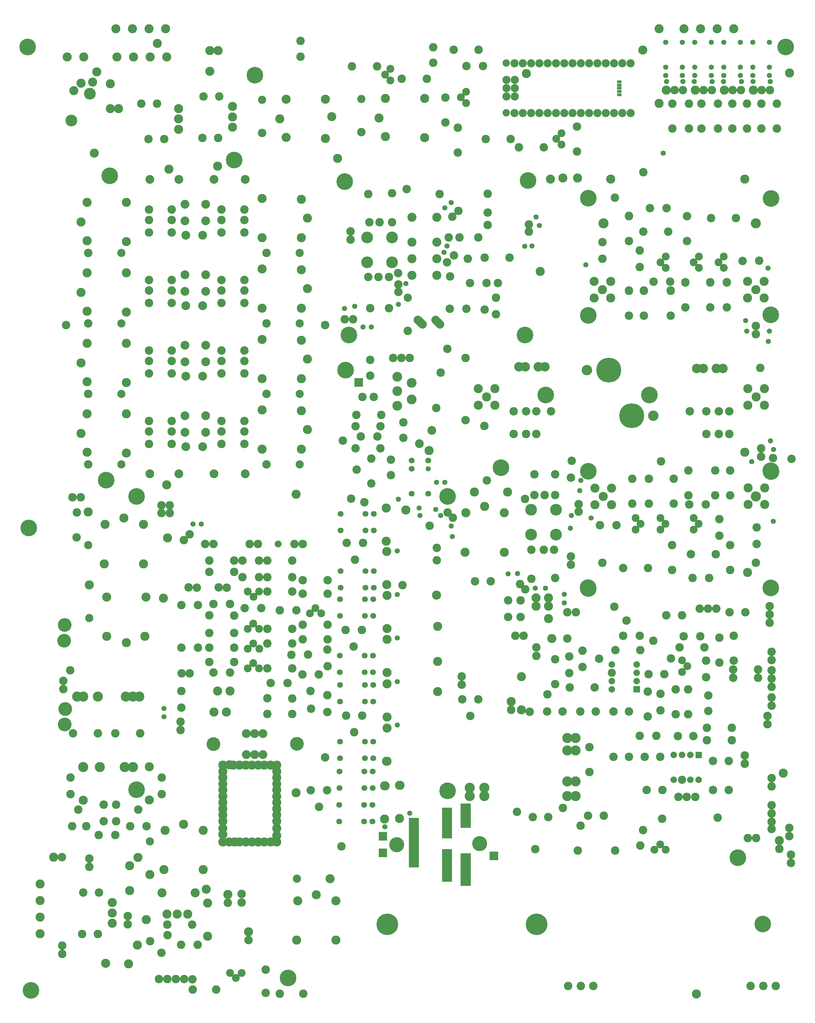
<source format=gbr>
%FSLAX34Y34*%
%MOMM*%
%LNSOLDERMASK_BOTTOM*%
G71*
G01*
%ADD10C,2.600*%
%ADD11C,2.400*%
%ADD12C,2.800*%
%ADD13C,2.600*%
%ADD14C,5.100*%
%ADD15C,1.600*%
%ADD16C,3.100*%
%ADD17C,7.600*%
%ADD18C,3.200*%
%ADD19C,2.900*%
%ADD20C,2.600*%
%ADD21C,2.600*%
%ADD22C,2.400*%
%ADD23C,2.500*%
%ADD24C,2.600*%
%ADD25C,3.600*%
%ADD26C,2.800*%
%ADD27C,3.000*%
%ADD28C,1.800*%
%ADD29C,1.600*%
%ADD30C,2.000*%
%ADD31C,2.500*%
%ADD32C,2.700*%
%ADD33C,2.700*%
%ADD34C,2.800*%
%ADD35C,4.200*%
%ADD36C,2.700*%
%ADD37C,2.800*%
%ADD38C,2.100*%
%ADD39C,6.600*%
%ADD40C,4.200*%
%ADD41C,4.600*%
%ADD42R,1.470X0.835*%
%ADD43C,2.500*%
%ADD44C,2.250*%
%LPD*%
X-558855Y-541229D02*
G54D10*
D03*
X-558805Y-464979D02*
G54D10*
D03*
X-639849Y-544629D02*
G54D10*
D03*
X-639736Y-595610D02*
G54D10*
D03*
X-525549Y-570029D02*
G54D10*
D03*
X-525437Y-621010D02*
G54D10*
D03*
X-558839Y-769829D02*
G54D10*
D03*
X-558789Y-693579D02*
G54D10*
D03*
X-438118Y-513215D02*
G54D10*
D03*
X-514368Y-513165D02*
G54D10*
D03*
X-513159Y-693579D02*
G54D10*
D03*
X-513209Y-769829D02*
G54D10*
D03*
X-381056Y-541230D02*
G54D10*
D03*
X-381006Y-464980D02*
G54D10*
D03*
X-483724Y-665745D02*
G54D10*
D03*
X-386159Y-668179D02*
G54D10*
D03*
X-386209Y-744429D02*
G54D10*
D03*
X-309960Y-668179D02*
G54D10*
D03*
X-310010Y-744429D02*
G54D10*
D03*
X-259160Y-668179D02*
G54D10*
D03*
X-259210Y-744429D02*
G54D10*
D03*
X-159688Y-602134D02*
G54D10*
D03*
X-210668Y-602247D02*
G54D10*
D03*
X-231142Y-471411D02*
G54D10*
D03*
X-307392Y-471361D02*
G54D10*
D03*
X-446484Y-588804D02*
G54D11*
D03*
X-462384Y-606379D02*
G54D11*
D03*
X-446450Y-623995D02*
G54D11*
D03*
X-344884Y-588804D02*
G54D11*
D03*
X-360784Y-606379D02*
G54D11*
D03*
X-344850Y-623995D02*
G54D11*
D03*
X-268684Y-588804D02*
G54D11*
D03*
X-284584Y-606379D02*
G54D11*
D03*
X-268650Y-623995D02*
G54D11*
D03*
X-665584Y-664904D02*
G54D12*
D03*
X-614784Y-664904D02*
G54D12*
D03*
X-640184Y-690304D02*
G54D12*
D03*
X-614784Y-715704D02*
G54D12*
D03*
X-665584Y-715704D02*
G54D12*
D03*
X-195684Y-664904D02*
G54D12*
D03*
X-144884Y-664904D02*
G54D12*
D03*
X-170284Y-690304D02*
G54D12*
D03*
X-144884Y-715704D02*
G54D12*
D03*
X-195684Y-715704D02*
G54D12*
D03*
X-494158Y-440595D02*
G54D10*
D03*
X-443178Y-440482D02*
G54D10*
D03*
X-558839Y-769829D02*
G54D13*
D03*
X-513209Y-769829D02*
G54D13*
D03*
X-386209Y-744429D02*
G54D13*
D03*
X-310010Y-744429D02*
G54D13*
D03*
X-558839Y-769829D02*
G54D13*
D03*
X-683260Y-410210D02*
G54D14*
D03*
X-432924Y-665745D02*
G54D10*
D03*
X-430609Y-693579D02*
G54D10*
D03*
X-430659Y-769829D02*
G54D10*
D03*
X-601609Y-408429D02*
G54D10*
D03*
X-690384Y-614204D02*
G54D15*
D03*
X-513209Y-769829D02*
G54D13*
D03*
X-430659Y-769829D02*
G54D13*
D03*
X-386209Y-744429D02*
G54D13*
D03*
X-310010Y-744429D02*
G54D13*
D03*
X-123428Y-411004D02*
G54D14*
D03*
X-683260Y-768986D02*
G54D14*
D03*
X-124064Y-767398D02*
G54D14*
D03*
X-633234Y-487204D02*
G54D15*
D03*
X-636410Y-487204D02*
G54D16*
D03*
X-169685Y-487204D02*
G54D16*
D03*
X-550634Y-1076445D02*
G54D17*
D03*
X-620484Y-936744D02*
G54D17*
D03*
X-687159Y-936745D02*
G54D18*
D03*
X-483959Y-1076445D02*
G54D18*
D03*
X-896034Y-926645D02*
G54D19*
D03*
X-816034Y-926645D02*
G54D20*
D03*
X-351034Y-931645D02*
G54D20*
D03*
X-271034Y-931645D02*
G54D20*
D03*
X-816034Y-926645D02*
G54D19*
D03*
X-351034Y-931645D02*
G54D19*
D03*
X-271034Y-931645D02*
G54D12*
D03*
X-876034Y-926645D02*
G54D19*
D03*
X-836034Y-926645D02*
G54D19*
D03*
X-331034Y-931644D02*
G54D19*
D03*
X-291034Y-931645D02*
G54D19*
D03*
X-1020459Y-1044245D02*
G54D12*
D03*
X-1020459Y-993445D02*
G54D12*
D03*
X-995059Y-1018845D02*
G54D12*
D03*
X-969659Y-993444D02*
G54D12*
D03*
X-969659Y-1044245D02*
G54D12*
D03*
X-1020459Y-1044245D02*
G54D21*
D03*
X-969659Y-1044245D02*
G54D13*
D03*
X-194959Y-1044245D02*
G54D12*
D03*
X-194959Y-993445D02*
G54D12*
D03*
X-169559Y-1018845D02*
G54D12*
D03*
X-144159Y-993445D02*
G54D12*
D03*
X-144159Y-1044245D02*
G54D12*
D03*
X-194959Y-1044245D02*
G54D21*
D03*
X-144159Y-1044245D02*
G54D13*
D03*
X-321502Y-1132882D02*
G54D10*
D03*
X-321502Y-1063032D02*
G54D10*
D03*
X-251652Y-1132882D02*
G54D10*
D03*
X-251652Y-1063032D02*
G54D10*
D03*
X-283402Y-1063032D02*
G54D10*
D03*
X-283402Y-1132882D02*
G54D10*
D03*
X-251651Y-1132882D02*
G54D13*
D03*
X-251651Y-1063032D02*
G54D13*
D03*
X-912052Y-1132882D02*
G54D10*
D03*
X-912052Y-1063032D02*
G54D10*
D03*
X-842202Y-1132882D02*
G54D10*
D03*
X-842202Y-1063032D02*
G54D10*
D03*
X-873952Y-1063032D02*
G54D10*
D03*
X-873952Y-1132882D02*
G54D10*
D03*
X-842201Y-1132882D02*
G54D13*
D03*
X-842201Y-1063032D02*
G54D13*
D03*
X-271034Y-931645D02*
G54D19*
D03*
X-797751Y-1063032D02*
G54D21*
D03*
X-372301Y-1063032D02*
G54D21*
D03*
X-156759Y-929920D02*
G54D21*
D03*
X-1001309Y-1107720D02*
G54D21*
D03*
X-1020459Y-993445D02*
G54D13*
D03*
X-969659Y-993444D02*
G54D13*
D03*
X-194959Y-993445D02*
G54D13*
D03*
X-144159Y-993445D02*
G54D13*
D03*
X-144159Y-1044245D02*
G54D13*
D03*
X-683260Y-1246823D02*
G54D14*
D03*
X-123428Y-1247616D02*
G54D14*
D03*
X-683260Y-1605598D02*
G54D14*
D03*
X-124064Y-1604010D02*
G54D14*
D03*
X-169685Y-1323816D02*
G54D16*
D03*
X-1284084Y-606744D02*
G54D22*
D03*
X-1284084Y-530544D02*
G54D22*
D03*
X-1360284Y-606744D02*
G54D22*
D03*
X-1284084Y-606744D02*
G54D22*
D03*
X-1360284Y-530544D02*
G54D22*
D03*
X-1360284Y-606744D02*
G54D22*
D03*
X-1284084Y-530544D02*
G54D22*
D03*
X-1360284Y-530544D02*
G54D22*
D03*
X-1284172Y-395521D02*
G54D10*
D03*
X-1284172Y-484421D02*
G54D10*
D03*
X-1322272Y-484421D02*
G54D10*
D03*
X-1354022Y-484421D02*
G54D10*
D03*
X-1293816Y-747311D02*
G54D10*
D03*
X-1357315Y-652061D02*
G54D10*
D03*
X-1325566Y-652061D02*
G54D10*
D03*
X-1293816Y-652061D02*
G54D10*
D03*
X-1265333Y-639772D02*
G54D10*
D03*
X-1357316Y-398061D02*
G54D10*
D03*
X-1239722Y-382821D02*
G54D10*
D03*
X-1077294Y-530510D02*
G54D10*
D03*
X-1020144Y-530510D02*
G54D10*
D03*
X-991444Y-454310D02*
G54D10*
D03*
X-991444Y-397160D02*
G54D10*
D03*
X-1052494Y-596134D02*
G54D10*
D03*
X-1106446Y-650016D02*
G54D10*
D03*
X-1052494Y-596134D02*
G54D13*
D03*
X-924718Y-592082D02*
G54D10*
D03*
X-1000968Y-592032D02*
G54D10*
D03*
X-924718Y-592082D02*
G54D13*
D03*
X-1045544Y-670210D02*
G54D10*
D03*
X-994744Y-670210D02*
G54D10*
D03*
X-994744Y-670210D02*
G54D10*
D03*
X-966137Y-766316D02*
G54D10*
D03*
X-966249Y-715336D02*
G54D10*
D03*
X-966137Y-766316D02*
G54D10*
D03*
X-991444Y-492410D02*
G54D10*
D03*
X-959694Y-670210D02*
G54D10*
D03*
X-1110314Y-530510D02*
G54D10*
D03*
X-1099394Y-467010D02*
G54D10*
D03*
X-1223090Y-468506D02*
G54D12*
D03*
X-1146890Y-468506D02*
G54D12*
D03*
X-1223090Y-544706D02*
G54D12*
D03*
X-1223090Y-595506D02*
G54D12*
D03*
X-1223090Y-646306D02*
G54D12*
D03*
X-1146890Y-544706D02*
G54D12*
D03*
X-1146890Y-595506D02*
G54D12*
D03*
X-1146890Y-646306D02*
G54D12*
D03*
X-1235591Y-816868D02*
G54D23*
D03*
X-1235591Y-715268D02*
G54D23*
D03*
X-1235591Y-816868D02*
G54D13*
D03*
X-1146890Y-468506D02*
G54D10*
D03*
X-1000639Y-751309D02*
G54D10*
D03*
X-1056859Y-749064D02*
G54D10*
D03*
X-1056859Y-749064D02*
G54D10*
D03*
X-1107659Y-749064D02*
G54D10*
D03*
G54D24*
X-1137475Y-796786D02*
X-1151617Y-782644D01*
G54D24*
X-1191450Y-796786D02*
X-1205592Y-782644D01*
X-1411684Y-511810D02*
G54D21*
D03*
X-1411684Y-537210D02*
G54D21*
D03*
X-1138634Y-397510D02*
G54D21*
D03*
X-1360284Y-530544D02*
G54D25*
D03*
X-1360284Y-606744D02*
G54D25*
D03*
X-1284084Y-606744D02*
G54D25*
D03*
X-1284084Y-530544D02*
G54D25*
D03*
X-858006Y-1364946D02*
G54D22*
D03*
X-858006Y-1441146D02*
G54D22*
D03*
X-781806Y-1364946D02*
G54D22*
D03*
X-858006Y-1364946D02*
G54D22*
D03*
X-781806Y-1441146D02*
G54D22*
D03*
X-781806Y-1364946D02*
G54D22*
D03*
X-858006Y-1441146D02*
G54D22*
D03*
X-781806Y-1441146D02*
G54D22*
D03*
X-857918Y-1576169D02*
G54D10*
D03*
X-857918Y-1487269D02*
G54D10*
D03*
X-819818Y-1487269D02*
G54D10*
D03*
X-788068Y-1487269D02*
G54D10*
D03*
X-784774Y-1256129D02*
G54D10*
D03*
X-848274Y-1256129D02*
G54D10*
D03*
X-784775Y-1319629D02*
G54D10*
D03*
X-816524Y-1319629D02*
G54D10*
D03*
X-848274Y-1319629D02*
G54D10*
D03*
X-876757Y-1331918D02*
G54D10*
D03*
X-784774Y-1573629D02*
G54D10*
D03*
X-736756Y-1532905D02*
G54D21*
D03*
X-736756Y-1507505D02*
G54D21*
D03*
X-736756Y-1266205D02*
G54D21*
D03*
X-781806Y-1441146D02*
G54D25*
D03*
X-781806Y-1364946D02*
G54D25*
D03*
X-858006Y-1364946D02*
G54D25*
D03*
X-858006Y-1441146D02*
G54D25*
D03*
X-1061014Y-1494527D02*
G54D12*
D03*
X-1057840Y-1373877D02*
G54D12*
D03*
X-940364Y-1494527D02*
G54D12*
D03*
X-940364Y-1373877D02*
G54D12*
D03*
X-1000689Y-1354414D02*
G54D12*
D03*
X-1057840Y-1373877D02*
G54D26*
D03*
X-1031993Y-1310296D02*
G54D12*
D03*
X-930393Y-1310296D02*
G54D12*
D03*
X-843093Y-1634436D02*
G54D12*
D03*
X-843093Y-1659836D02*
G54D12*
D03*
X-804993Y-1659836D02*
G54D12*
D03*
X-804993Y-1697936D02*
G54D12*
D03*
X-890498Y-1642442D02*
G54D10*
D03*
X-890385Y-1693422D02*
G54D10*
D03*
X-890498Y-1642442D02*
G54D10*
D03*
X-890386Y-1693423D02*
G54D10*
D03*
X-928598Y-1642442D02*
G54D10*
D03*
X-928486Y-1693422D02*
G54D10*
D03*
X-928598Y-1642442D02*
G54D10*
D03*
X-928486Y-1693423D02*
G54D10*
D03*
X-804993Y-1634436D02*
G54D12*
D03*
X-994026Y-1274486D02*
G54D10*
D03*
X-1031993Y-1310296D02*
G54D12*
D03*
X-1224035Y-975997D02*
G54D27*
D03*
X-1224035Y-1026797D02*
G54D27*
D03*
X-1268485Y-1001396D02*
G54D27*
D03*
X-1268485Y-1045847D02*
G54D27*
D03*
X-1268485Y-956947D02*
G54D27*
D03*
X-1255785Y-899797D02*
G54D10*
D03*
X-1281185Y-899797D02*
G54D10*
D03*
X-1230385Y-899796D02*
G54D10*
D03*
X-1316870Y-1074422D02*
G54D10*
D03*
X-1393120Y-1074372D02*
G54D10*
D03*
X-1395812Y-1108682D02*
G54D10*
D03*
X-1319562Y-1108732D02*
G54D10*
D03*
X-1379878Y-1140158D02*
G54D10*
D03*
X-1328898Y-1140046D02*
G54D10*
D03*
X-1351035Y-906059D02*
G54D10*
D03*
X-1351035Y-953859D02*
G54D10*
D03*
X-1347425Y-1207684D02*
G54D10*
D03*
X-1347475Y-1283934D02*
G54D10*
D03*
X-1287535Y-1258746D02*
G54D10*
D03*
X-1287535Y-1210947D02*
G54D10*
D03*
X-1374979Y-1018903D02*
G54D10*
D03*
X-1339879Y-1018902D02*
G54D10*
D03*
X-1249435Y-1144447D02*
G54D10*
D03*
X-1249435Y-1096646D02*
G54D10*
D03*
X-1395757Y-1176329D02*
G54D10*
D03*
X-1319507Y-1176379D02*
G54D10*
D03*
X-1148560Y-1052752D02*
G54D10*
D03*
X-1395812Y-1108682D02*
G54D10*
D03*
X-1395757Y-1176328D02*
G54D10*
D03*
X-1287535Y-1258746D02*
G54D10*
D03*
X-1347475Y-1283934D02*
G54D10*
D03*
G36*
X-1373085Y-961727D02*
X-1373085Y-987727D01*
X-1399085Y-987727D01*
X-1399085Y-961727D01*
X-1373085Y-961727D01*
G37*
X-1173235Y-1214208D02*
G54D28*
D03*
X-1173235Y-1239608D02*
G54D29*
D03*
X-1224035Y-1214209D02*
G54D29*
D03*
X-1224035Y-1239609D02*
G54D28*
D03*
X-1173235Y-1315809D02*
G54D29*
D03*
X-1224035Y-1315809D02*
G54D29*
D03*
X-1171203Y-1183443D02*
G54D12*
D03*
X-1169039Y-1413417D02*
G54D21*
D03*
X-1224035Y-1214209D02*
G54D28*
D03*
X-1173235Y-1315809D02*
G54D28*
D03*
X-1224035Y-1315809D02*
G54D28*
D03*
G36*
X-545122Y-1924547D02*
X-545122Y-1904547D01*
X-525122Y-1904547D01*
X-525122Y-1924547D01*
X-545122Y-1924547D01*
G37*
X-535122Y-1889147D02*
G54D30*
D03*
X-535122Y-1863747D02*
G54D30*
D03*
X-535122Y-1838347D02*
G54D30*
D03*
X-611322Y-1838347D02*
G54D30*
D03*
X-611322Y-1863747D02*
G54D30*
D03*
X-611321Y-1889147D02*
G54D30*
D03*
X-611322Y-1914547D02*
G54D30*
D03*
X-611322Y-1863747D02*
G54D31*
D03*
X-239372Y-1879186D02*
G54D10*
D03*
X-239372Y-1853686D02*
G54D10*
D03*
X-809361Y-1982522D02*
G54D10*
D03*
X-784466Y-1898937D02*
G54D10*
D03*
X-784416Y-1822687D02*
G54D10*
D03*
X-919658Y-1977529D02*
G54D10*
D03*
X-919658Y-1952029D02*
G54D10*
D03*
X-377401Y-1915245D02*
G54D10*
D03*
X-377452Y-1991496D02*
G54D10*
D03*
X-377401Y-1915245D02*
G54D10*
D03*
X-315517Y-1933178D02*
G54D10*
D03*
X-315517Y-1980978D02*
G54D10*
D03*
X-415502Y-1915245D02*
G54D10*
D03*
X-415552Y-1991496D02*
G54D10*
D03*
X-415501Y-1915245D02*
G54D10*
D03*
X-395846Y-1861472D02*
G54D11*
D03*
X-379946Y-1843897D02*
G54D11*
D03*
X-395881Y-1826281D02*
G54D11*
D03*
X-322473Y-1826678D02*
G54D10*
D03*
X-322361Y-1877659D02*
G54D10*
D03*
X-322473Y-1826679D02*
G54D10*
D03*
X-327403Y-1786551D02*
G54D10*
D03*
X-403653Y-1786501D02*
G54D10*
D03*
X-327403Y-1786551D02*
G54D10*
D03*
X-340436Y-1752579D02*
G54D10*
D03*
X-391416Y-1752691D02*
G54D10*
D03*
X-340436Y-1752578D02*
G54D10*
D03*
X-462173Y-1928278D02*
G54D10*
D03*
X-462061Y-1979259D02*
G54D10*
D03*
X-462173Y-1928279D02*
G54D10*
D03*
X-315517Y-1933178D02*
G54D10*
D03*
X-327403Y-1786551D02*
G54D10*
D03*
X-340436Y-1752579D02*
G54D10*
D03*
X-282151Y-1756495D02*
G54D10*
D03*
X-282201Y-1832746D02*
G54D10*
D03*
X-282150Y-1756495D02*
G54D10*
D03*
X-282151Y-1756495D02*
G54D10*
D03*
X-462173Y-1928278D02*
G54D10*
D03*
X-498211Y-1868222D02*
G54D10*
D03*
X-450411Y-1868222D02*
G54D10*
D03*
X-483967Y-1765823D02*
G54D10*
D03*
X-430085Y-1819776D02*
G54D10*
D03*
X-483966Y-1765822D02*
G54D10*
D03*
X-483966Y-1765823D02*
G54D10*
D03*
X-524028Y-1794722D02*
G54D10*
D03*
X-600278Y-1794672D02*
G54D10*
D03*
X-576525Y-1750796D02*
G54D10*
D03*
X-525544Y-1750684D02*
G54D10*
D03*
X-576524Y-1750796D02*
G54D10*
D03*
X-524028Y-1794722D02*
G54D10*
D03*
X-525544Y-1750684D02*
G54D10*
D03*
X-707761Y-1982522D02*
G54D10*
D03*
X-659961Y-1982522D02*
G54D10*
D03*
X-809361Y-1982522D02*
G54D10*
D03*
X-761561Y-1982522D02*
G54D10*
D03*
X-606161Y-1982522D02*
G54D10*
D03*
X-558361Y-1982522D02*
G54D10*
D03*
X-606161Y-1982522D02*
G54D10*
D03*
X-501226Y-1921595D02*
G54D10*
D03*
X-501276Y-1997846D02*
G54D10*
D03*
X-501226Y-1921595D02*
G54D10*
D03*
X-663728Y-1909022D02*
G54D10*
D03*
X-739978Y-1908972D02*
G54D10*
D03*
X-663728Y-1909022D02*
G54D10*
D03*
X-741307Y-1865148D02*
G54D10*
D03*
X-741419Y-1814168D02*
G54D10*
D03*
X-741307Y-1865148D02*
G54D10*
D03*
X-741419Y-1814167D02*
G54D10*
D03*
X-701046Y-1796272D02*
G54D21*
D03*
X-650114Y-1821256D02*
G54D21*
D03*
X-701160Y-1846155D02*
G54D21*
D03*
X-701046Y-1796272D02*
G54D10*
D03*
X-795062Y-1758854D02*
G54D10*
D03*
X-747262Y-1758854D02*
G54D10*
D03*
X-784466Y-1898937D02*
G54D10*
D03*
X-808584Y-1929734D02*
G54D10*
D03*
X-862536Y-1983616D02*
G54D10*
D03*
X-808584Y-1929735D02*
G54D10*
D03*
X-237760Y-1750241D02*
G54D10*
D03*
X-795062Y-1758854D02*
G54D12*
D03*
X-887936Y-1875666D02*
G54D12*
D03*
X-887937Y-1977266D02*
G54D12*
D03*
X-887936Y-1875666D02*
G54D12*
D03*
X-919658Y-1952029D02*
G54D12*
D03*
X-237760Y-1750241D02*
G54D10*
D03*
X-237810Y-1826491D02*
G54D10*
D03*
X-237760Y-1750241D02*
G54D10*
D03*
X-237760Y-1750241D02*
G54D10*
D03*
X-282151Y-1756495D02*
G54D10*
D03*
X-340436Y-1752579D02*
G54D10*
D03*
X-327403Y-1786551D02*
G54D10*
D03*
X-483967Y-1765823D02*
G54D10*
D03*
X-524028Y-1794722D02*
G54D10*
D03*
X-525544Y-1750684D02*
G54D10*
D03*
X-315517Y-1933178D02*
G54D10*
D03*
X-701046Y-1796272D02*
G54D10*
D03*
X-606161Y-1982522D02*
G54D10*
D03*
X-809361Y-1982522D02*
G54D10*
D03*
X-808584Y-1929735D02*
G54D10*
D03*
X-784466Y-1898937D02*
G54D10*
D03*
X-887936Y-1875666D02*
G54D10*
D03*
X-163122Y-1879236D02*
G54D10*
D03*
X-239372Y-1879186D02*
G54D10*
D03*
X-163122Y-1853736D02*
G54D10*
D03*
X-239372Y-1853686D02*
G54D10*
D03*
X-1959026Y-1162896D02*
G54D10*
D03*
X-2028876Y-1162896D02*
G54D10*
D03*
X-1959026Y-1093046D02*
G54D10*
D03*
X-2028876Y-1093046D02*
G54D10*
D03*
X-2028876Y-1124796D02*
G54D10*
D03*
X-1959026Y-1124796D02*
G54D10*
D03*
X-1915618Y-1171667D02*
G54D32*
D03*
X-1864636Y-1171555D02*
G54D32*
D03*
X-1736776Y-1162896D02*
G54D10*
D03*
X-1806626Y-1162896D02*
G54D10*
D03*
X-1736776Y-1093046D02*
G54D10*
D03*
X-1806626Y-1093046D02*
G54D10*
D03*
X-1806626Y-1124796D02*
G54D10*
D03*
X-1736776Y-1124796D02*
G54D10*
D03*
X-1854553Y-1127569D02*
G54D10*
D03*
X-1854666Y-1076589D02*
G54D10*
D03*
X-1918053Y-1127569D02*
G54D10*
D03*
X-1918166Y-1076589D02*
G54D10*
D03*
X-1736776Y-1093046D02*
G54D13*
D03*
X-1806626Y-1093046D02*
G54D13*
D03*
X-1854666Y-1076588D02*
G54D33*
D03*
X-1918166Y-1076588D02*
G54D13*
D03*
X-1959026Y-1093046D02*
G54D13*
D03*
X-2028876Y-1093046D02*
G54D13*
D03*
X-1918053Y-1127569D02*
G54D32*
D03*
X-1918166Y-1076589D02*
G54D32*
D03*
X-1854666Y-1076589D02*
G54D32*
D03*
X-1854553Y-1127569D02*
G54D32*
D03*
X-1682563Y-1058604D02*
G54D12*
D03*
X-1561913Y-1061778D02*
G54D12*
D03*
X-1682563Y-1179254D02*
G54D12*
D03*
X-1561913Y-1179254D02*
G54D12*
D03*
X-1543100Y-1118929D02*
G54D12*
D03*
X-1669056Y-1225534D02*
G54D23*
D03*
X-1567456Y-1225533D02*
G54D23*
D03*
X-1561913Y-1061778D02*
G54D12*
D03*
X-2097558Y-1191342D02*
G54D12*
D03*
X-2218208Y-1188168D02*
G54D12*
D03*
X-2097558Y-1070692D02*
G54D12*
D03*
X-2218208Y-1070692D02*
G54D12*
D03*
X-2237020Y-1131017D02*
G54D12*
D03*
X-2218207Y-1188168D02*
G54D12*
D03*
X-2218208Y-1070692D02*
G54D12*
D03*
X-2215156Y-1225534D02*
G54D23*
D03*
X-2113556Y-1225533D02*
G54D23*
D03*
X-1669056Y-1225534D02*
G54D10*
D03*
X-2215156Y-1225534D02*
G54D10*
D03*
X-1959026Y-946996D02*
G54D10*
D03*
X-2028876Y-946996D02*
G54D10*
D03*
X-1959026Y-877146D02*
G54D10*
D03*
X-2028876Y-877146D02*
G54D10*
D03*
X-2028876Y-908896D02*
G54D10*
D03*
X-1959026Y-908896D02*
G54D10*
D03*
X-1915618Y-955767D02*
G54D32*
D03*
X-1864636Y-955655D02*
G54D32*
D03*
X-1736776Y-946996D02*
G54D10*
D03*
X-1806626Y-946996D02*
G54D10*
D03*
X-1736776Y-877146D02*
G54D10*
D03*
X-1806626Y-877146D02*
G54D10*
D03*
X-1806626Y-908896D02*
G54D10*
D03*
X-1736776Y-908896D02*
G54D10*
D03*
X-1854553Y-911669D02*
G54D10*
D03*
X-1854666Y-860688D02*
G54D10*
D03*
X-1918053Y-911669D02*
G54D10*
D03*
X-1918166Y-860689D02*
G54D10*
D03*
X-1736776Y-877146D02*
G54D13*
D03*
X-1806626Y-877146D02*
G54D13*
D03*
X-1854666Y-860688D02*
G54D33*
D03*
X-1918166Y-860688D02*
G54D13*
D03*
X-1959026Y-877146D02*
G54D13*
D03*
X-2028876Y-877146D02*
G54D13*
D03*
X-1918053Y-911669D02*
G54D32*
D03*
X-1918166Y-860689D02*
G54D32*
D03*
X-1854666Y-860688D02*
G54D32*
D03*
X-1854553Y-911669D02*
G54D32*
D03*
X-1682563Y-842704D02*
G54D12*
D03*
X-1561913Y-845878D02*
G54D12*
D03*
X-1682563Y-963354D02*
G54D12*
D03*
X-1561913Y-963354D02*
G54D12*
D03*
X-1543100Y-903029D02*
G54D12*
D03*
X-1669056Y-1009634D02*
G54D23*
D03*
X-1567456Y-1009633D02*
G54D23*
D03*
X-1561913Y-845878D02*
G54D12*
D03*
X-2097558Y-975442D02*
G54D12*
D03*
X-2218208Y-972268D02*
G54D12*
D03*
X-2097558Y-854792D02*
G54D12*
D03*
X-2218208Y-854792D02*
G54D12*
D03*
X-2237020Y-915117D02*
G54D12*
D03*
X-2218207Y-972269D02*
G54D12*
D03*
X-2218208Y-854792D02*
G54D12*
D03*
X-2215156Y-1009634D02*
G54D23*
D03*
X-2113556Y-1009633D02*
G54D23*
D03*
X-1669056Y-1009634D02*
G54D10*
D03*
X-2215156Y-1009634D02*
G54D10*
D03*
X-1959026Y-731096D02*
G54D10*
D03*
X-2028876Y-731096D02*
G54D10*
D03*
X-1959026Y-661246D02*
G54D10*
D03*
X-2028876Y-661246D02*
G54D10*
D03*
X-2028876Y-692996D02*
G54D10*
D03*
X-1959026Y-692996D02*
G54D10*
D03*
X-1915618Y-739867D02*
G54D32*
D03*
X-1864636Y-739755D02*
G54D32*
D03*
X-1736776Y-731096D02*
G54D10*
D03*
X-1806626Y-731096D02*
G54D10*
D03*
X-1736776Y-661246D02*
G54D10*
D03*
X-1806626Y-661246D02*
G54D10*
D03*
X-1806626Y-692996D02*
G54D10*
D03*
X-1736776Y-692996D02*
G54D10*
D03*
X-1854553Y-695769D02*
G54D10*
D03*
X-1854666Y-644788D02*
G54D10*
D03*
X-1918053Y-695769D02*
G54D10*
D03*
X-1918166Y-644788D02*
G54D10*
D03*
X-1736776Y-661246D02*
G54D13*
D03*
X-1806626Y-661246D02*
G54D13*
D03*
X-1854666Y-644788D02*
G54D33*
D03*
X-1918166Y-644788D02*
G54D13*
D03*
X-1959026Y-661246D02*
G54D13*
D03*
X-2028876Y-661246D02*
G54D13*
D03*
X-1918053Y-695769D02*
G54D32*
D03*
X-1918166Y-644788D02*
G54D32*
D03*
X-1854666Y-644788D02*
G54D32*
D03*
X-1854553Y-695769D02*
G54D32*
D03*
X-1682563Y-626804D02*
G54D12*
D03*
X-1561913Y-629978D02*
G54D12*
D03*
X-1682563Y-747454D02*
G54D12*
D03*
X-1561913Y-747454D02*
G54D12*
D03*
X-1543100Y-687129D02*
G54D12*
D03*
X-1669056Y-793734D02*
G54D23*
D03*
X-1567456Y-793734D02*
G54D23*
D03*
X-1561913Y-629978D02*
G54D12*
D03*
X-2097558Y-759542D02*
G54D12*
D03*
X-2218208Y-756368D02*
G54D12*
D03*
X-2097558Y-638892D02*
G54D12*
D03*
X-2218208Y-638892D02*
G54D12*
D03*
X-2237020Y-699217D02*
G54D12*
D03*
X-2218207Y-756368D02*
G54D12*
D03*
X-2218208Y-638892D02*
G54D12*
D03*
X-2215156Y-793734D02*
G54D23*
D03*
X-2113556Y-793734D02*
G54D23*
D03*
X-1669056Y-793734D02*
G54D10*
D03*
X-2215156Y-793734D02*
G54D10*
D03*
X-1959026Y-515196D02*
G54D10*
D03*
X-2028876Y-515196D02*
G54D10*
D03*
X-1959026Y-445346D02*
G54D10*
D03*
X-2028876Y-445346D02*
G54D10*
D03*
X-2028876Y-477096D02*
G54D10*
D03*
X-1959026Y-477096D02*
G54D10*
D03*
X-1915618Y-523967D02*
G54D32*
D03*
X-1864636Y-523855D02*
G54D32*
D03*
X-1736776Y-515196D02*
G54D10*
D03*
X-1806626Y-515196D02*
G54D10*
D03*
X-1736776Y-445346D02*
G54D10*
D03*
X-1806626Y-445346D02*
G54D10*
D03*
X-1806626Y-477096D02*
G54D10*
D03*
X-1736776Y-477096D02*
G54D10*
D03*
X-1854553Y-479869D02*
G54D10*
D03*
X-1854666Y-428888D02*
G54D10*
D03*
X-1918053Y-479869D02*
G54D10*
D03*
X-1918166Y-428889D02*
G54D10*
D03*
X-1736776Y-445346D02*
G54D13*
D03*
X-1806626Y-445346D02*
G54D13*
D03*
X-1854666Y-428888D02*
G54D33*
D03*
X-1918166Y-428888D02*
G54D13*
D03*
X-1959026Y-445346D02*
G54D13*
D03*
X-2028876Y-445346D02*
G54D13*
D03*
X-1918053Y-479869D02*
G54D32*
D03*
X-1918166Y-428889D02*
G54D32*
D03*
X-1854666Y-428889D02*
G54D32*
D03*
X-1854553Y-479869D02*
G54D32*
D03*
X-1682563Y-410904D02*
G54D12*
D03*
X-1561913Y-414078D02*
G54D12*
D03*
X-1682563Y-531554D02*
G54D12*
D03*
X-1561913Y-531554D02*
G54D12*
D03*
X-1543100Y-471229D02*
G54D12*
D03*
X-1669056Y-577834D02*
G54D23*
D03*
X-1567456Y-577834D02*
G54D23*
D03*
X-1561913Y-414078D02*
G54D12*
D03*
X-2097558Y-543642D02*
G54D12*
D03*
X-2218208Y-540468D02*
G54D12*
D03*
X-2097558Y-422992D02*
G54D12*
D03*
X-2218208Y-422992D02*
G54D12*
D03*
X-2237020Y-483317D02*
G54D12*
D03*
X-2218207Y-540468D02*
G54D12*
D03*
X-2218208Y-422992D02*
G54D12*
D03*
X-2215156Y-577834D02*
G54D23*
D03*
X-2113556Y-577834D02*
G54D23*
D03*
X-1669056Y-577834D02*
G54D10*
D03*
X-2215156Y-577834D02*
G54D10*
D03*
X-1733902Y-1254569D02*
G54D32*
D03*
X-1733902Y-1254569D02*
G54D32*
D03*
X-1829152Y-1254569D02*
G54D32*
D03*
X-1829152Y-1254569D02*
G54D32*
D03*
X-1937102Y-1254569D02*
G54D32*
D03*
X-1937102Y-1254569D02*
G54D32*
D03*
X-2026002Y-1254569D02*
G54D32*
D03*
X-2026002Y-1254569D02*
G54D32*
D03*
X-1733902Y-352869D02*
G54D32*
D03*
X-1733902Y-352869D02*
G54D32*
D03*
X-1829152Y-352869D02*
G54D32*
D03*
X-1829152Y-352869D02*
G54D32*
D03*
X-1937102Y-352869D02*
G54D32*
D03*
X-1937102Y-352869D02*
G54D32*
D03*
X-2026002Y-352869D02*
G54D32*
D03*
X-2026002Y-352869D02*
G54D32*
D03*
X-2282638Y-799399D02*
G54D21*
D03*
X-1488888Y-799399D02*
G54D21*
D03*
X-876936Y-829310D02*
G54D14*
D03*
X-867410Y-356236D02*
G54D14*
D03*
X-867411Y-356235D02*
G54D14*
D03*
X-1416686Y-829310D02*
G54D14*
D03*
X-1429386Y-359410D02*
G54D14*
D03*
X-2037739Y-1632085D02*
G54D12*
D03*
X-2040913Y-1752735D02*
G54D12*
D03*
X-2158388Y-1632085D02*
G54D12*
D03*
X-2158388Y-1752735D02*
G54D12*
D03*
X-2098064Y-1771548D02*
G54D12*
D03*
X-2165938Y-1530216D02*
G54D12*
D03*
X-2162764Y-1409566D02*
G54D12*
D03*
X-2045288Y-1530216D02*
G54D12*
D03*
X-2045289Y-1409566D02*
G54D12*
D03*
X-2105614Y-1390278D02*
G54D12*
D03*
X-2211018Y-1594792D02*
G54D23*
D03*
X-2211018Y-1696392D02*
G54D23*
D03*
X-2211018Y-1594792D02*
G54D10*
D03*
X-2211018Y-1594792D02*
G54D12*
D03*
X-2214816Y-1371596D02*
G54D23*
D03*
X-2214816Y-1473197D02*
G54D23*
D03*
X-2214816Y-1371596D02*
G54D10*
D03*
X-2214816Y-1371596D02*
G54D12*
D03*
X-2040913Y-1752735D02*
G54D12*
D03*
X-2045289Y-1409566D02*
G54D12*
D03*
X-2162764Y-1409566D02*
G54D12*
D03*
X-2045289Y-1409566D02*
G54D12*
D03*
X-2066528Y-1323816D02*
G54D14*
D03*
X-1114028Y-1323816D02*
G54D14*
D03*
X-2066528Y-2222341D02*
G54D14*
D03*
X-1114028Y-2225516D02*
G54D14*
D03*
X-1029973Y-1584136D02*
G54D10*
D03*
X-982173Y-1584136D02*
G54D10*
D03*
X-1029973Y-1584135D02*
G54D10*
D03*
X-134076Y-1996576D02*
G54D21*
D03*
X-121377Y-1799726D02*
G54D21*
D03*
X-121376Y-1825126D02*
G54D21*
D03*
X-121377Y-2187076D02*
G54D21*
D03*
X-121376Y-2212476D02*
G54D21*
D03*
X-121377Y-1939426D02*
G54D21*
D03*
X-121376Y-1964826D02*
G54D21*
D03*
X-1147995Y-1626317D02*
G54D34*
D03*
X-1144820Y-1721567D02*
G54D34*
D03*
X-1144820Y-1829517D02*
G54D34*
D03*
X-1144820Y-1921592D02*
G54D34*
D03*
X-1575390Y-2082055D02*
G54D35*
D03*
X-1831090Y-2082155D02*
G54D35*
D03*
X-1730364Y-2050230D02*
G54D36*
D03*
X-1704990Y-2050355D02*
G54D36*
D03*
X-1679546Y-2050330D02*
G54D36*
D03*
X-1482284Y-1983971D02*
G54D10*
D03*
X-1482459Y-1932979D02*
G54D10*
D03*
X-1780214Y-1920105D02*
G54D37*
D03*
X-1829614Y-1984205D02*
G54D37*
D03*
X-1791614Y-1984205D02*
G54D37*
D03*
X-1818314Y-1920105D02*
G54D37*
D03*
X-1929490Y-1970955D02*
G54D10*
D03*
X-1929614Y-1920038D02*
G54D10*
D03*
X-1665964Y-1942380D02*
G54D10*
D03*
X-1589714Y-1942430D02*
G54D10*
D03*
X-1932064Y-2039080D02*
G54D10*
D03*
X-1932064Y-2013580D02*
G54D10*
D03*
X-1665964Y-1990005D02*
G54D10*
D03*
X-1589715Y-1990055D02*
G54D10*
D03*
X-1691364Y-1570905D02*
G54D10*
D03*
X-1742281Y-1571030D02*
G54D10*
D03*
X-1726290Y-1615355D02*
G54D11*
D03*
X-1708714Y-1631255D02*
G54D11*
D03*
X-1691098Y-1615320D02*
G54D11*
D03*
X-1719940Y-1469305D02*
G54D10*
D03*
X-1694514Y-1469255D02*
G54D10*
D03*
X-1665964Y-1615355D02*
G54D10*
D03*
X-1589790Y-1615355D02*
G54D10*
D03*
X-1843764Y-1555030D02*
G54D10*
D03*
X-1767514Y-1555080D02*
G54D10*
D03*
X-1685014Y-1666155D02*
G54D10*
D03*
X-1735931Y-1666280D02*
G54D10*
D03*
X-1691364Y-1729655D02*
G54D11*
D03*
X-1708964Y-1713755D02*
G54D11*
D03*
X-1726556Y-1729690D02*
G54D11*
D03*
X-1690990Y-1790055D02*
G54D11*
D03*
X-1708964Y-1774080D02*
G54D11*
D03*
X-1726556Y-1790015D02*
G54D11*
D03*
X-1665964Y-1729655D02*
G54D10*
D03*
X-1589790Y-1729655D02*
G54D10*
D03*
X-1691365Y-1850355D02*
G54D11*
D03*
X-1708964Y-1834405D02*
G54D11*
D03*
X-1726556Y-1850340D02*
G54D11*
D03*
X-1843764Y-1786805D02*
G54D10*
D03*
X-1767514Y-1786855D02*
G54D10*
D03*
X-1843556Y-1830984D02*
G54D10*
D03*
X-1767306Y-1831034D02*
G54D10*
D03*
X-1665964Y-1850305D02*
G54D10*
D03*
X-1589690Y-1850355D02*
G54D10*
D03*
X-1604644Y-1895095D02*
G54D10*
D03*
X-1655560Y-1895220D02*
G54D10*
D03*
X-1665964Y-1774105D02*
G54D10*
D03*
X-1589714Y-1774155D02*
G54D10*
D03*
X-1508689Y-1868955D02*
G54D21*
D03*
X-1533673Y-1919887D02*
G54D21*
D03*
X-1558572Y-1868840D02*
G54D21*
D03*
X-1500864Y-1682030D02*
G54D11*
D03*
X-1518665Y-1666230D02*
G54D11*
D03*
X-1536055Y-1682065D02*
G54D11*
D03*
X-1856464Y-1469305D02*
G54D10*
D03*
X-1830890Y-1469355D02*
G54D10*
D03*
X-1558014Y-1580430D02*
G54D10*
D03*
X-1481764Y-1580480D02*
G54D10*
D03*
X-1558014Y-1621705D02*
G54D10*
D03*
X-1481764Y-1621755D02*
G54D10*
D03*
X-1577064Y-1672505D02*
G54D10*
D03*
X-1627981Y-1672630D02*
G54D10*
D03*
X-1558014Y-1716955D02*
G54D10*
D03*
X-1481764Y-1717005D02*
G54D10*
D03*
X-1481864Y-1843980D02*
G54D10*
D03*
X-1481977Y-1793000D02*
G54D10*
D03*
X-1481815Y-1761405D02*
G54D10*
D03*
X-1558090Y-1761355D02*
G54D10*
D03*
X-1907214Y-1602630D02*
G54D10*
D03*
X-1882352Y-1602942D02*
G54D10*
D03*
X-1878690Y-1786805D02*
G54D10*
D03*
X-1929664Y-1786955D02*
G54D10*
D03*
X-1843764Y-1742355D02*
G54D10*
D03*
X-1767514Y-1742405D02*
G54D10*
D03*
X-1780264Y-1863005D02*
G54D10*
D03*
X-1831240Y-1863155D02*
G54D10*
D03*
X-1903664Y-1866155D02*
G54D10*
D03*
X-1928964Y-1865855D02*
G54D10*
D03*
X-1878690Y-1656630D02*
G54D10*
D03*
X-1929664Y-1656730D02*
G54D10*
D03*
X-1558014Y-1469305D02*
G54D10*
D03*
X-1583490Y-1469305D02*
G54D10*
D03*
X-1843764Y-1688380D02*
G54D10*
D03*
X-1767514Y-1688430D02*
G54D10*
D03*
X-1780290Y-1653430D02*
G54D10*
D03*
X-1831190Y-1653630D02*
G54D10*
D03*
X-1815190Y-1602655D02*
G54D10*
D03*
X-1790290Y-1602955D02*
G54D10*
D03*
X-1665964Y-1570905D02*
G54D10*
D03*
X-1589790Y-1570905D02*
G54D10*
D03*
X-1665964Y-1520105D02*
G54D10*
D03*
X-1589790Y-1520055D02*
G54D10*
D03*
X-1843790Y-1520055D02*
G54D10*
D03*
X-1767589Y-1520055D02*
G54D10*
D03*
X-1691364Y-1520105D02*
G54D10*
D03*
X-1742281Y-1520230D02*
G54D10*
D03*
X-1632740Y-1469305D02*
G54D38*
D03*
X-1592664Y-1808720D02*
G54D10*
D03*
X-1541684Y-1808608D02*
G54D10*
D03*
X-1532565Y-1974180D02*
G54D10*
D03*
X-1679490Y-2114655D02*
G54D36*
D03*
X-1704790Y-2114455D02*
G54D36*
D03*
X-1730277Y-2114524D02*
G54D36*
D03*
X-1342240Y-2125966D02*
G54D29*
D03*
X-1367640Y-2125966D02*
G54D29*
D03*
X-1342240Y-2075166D02*
G54D29*
D03*
X-1367640Y-2075166D02*
G54D29*
D03*
X-1443840Y-2125966D02*
G54D28*
D03*
X-1443840Y-2075166D02*
G54D29*
D03*
X-1299631Y-2134850D02*
G54D12*
D03*
X-1299631Y-2033250D02*
G54D12*
D03*
X-1301615Y-2134850D02*
G54D12*
D03*
X-1342240Y-1952532D02*
G54D29*
D03*
X-1367640Y-1952531D02*
G54D29*
D03*
X-1342240Y-1901732D02*
G54D29*
D03*
X-1367640Y-1901732D02*
G54D29*
D03*
X-1443840Y-1952532D02*
G54D29*
D03*
X-1443840Y-1901732D02*
G54D29*
D03*
X-1375340Y-1995161D02*
G54D21*
D03*
X-1400323Y-2046094D02*
G54D21*
D03*
X-1425222Y-1995047D02*
G54D21*
D03*
X-1339858Y-1603281D02*
G54D29*
D03*
X-1365258Y-1603282D02*
G54D29*
D03*
X-1339858Y-1552482D02*
G54D29*
D03*
X-1365258Y-1552482D02*
G54D29*
D03*
X-1441458Y-1603282D02*
G54D29*
D03*
X-1441458Y-1552482D02*
G54D29*
D03*
X-1339858Y-1427863D02*
G54D29*
D03*
X-1365258Y-1427863D02*
G54D29*
D03*
X-1339858Y-1377062D02*
G54D29*
D03*
X-1365258Y-1377063D02*
G54D29*
D03*
X-1441458Y-1427862D02*
G54D29*
D03*
X-1441458Y-1377063D02*
G54D29*
D03*
X-1372958Y-1466524D02*
G54D21*
D03*
X-1397942Y-1517456D02*
G54D21*
D03*
X-1422841Y-1466410D02*
G54D21*
D03*
X-1376927Y-1732827D02*
G54D21*
D03*
X-1401910Y-1783759D02*
G54D21*
D03*
X-1426810Y-1732712D02*
G54D21*
D03*
X-1341446Y-1689800D02*
G54D29*
D03*
X-1366846Y-1689800D02*
G54D29*
D03*
X-1341446Y-1639000D02*
G54D29*
D03*
X-1366846Y-1639000D02*
G54D29*
D03*
X-1443046Y-1689800D02*
G54D29*
D03*
X-1443046Y-1639000D02*
G54D29*
D03*
X-1343033Y-1862044D02*
G54D29*
D03*
X-1368433Y-1862044D02*
G54D29*
D03*
X-1343033Y-1811244D02*
G54D29*
D03*
X-1368433Y-1811244D02*
G54D29*
D03*
X-1444633Y-1862044D02*
G54D29*
D03*
X-1444633Y-1811244D02*
G54D29*
D03*
X-1299631Y-1999515D02*
G54D12*
D03*
X-1299631Y-1897915D02*
G54D12*
D03*
X-1299631Y-1999515D02*
G54D12*
D03*
X-1299234Y-1863387D02*
G54D12*
D03*
X-1299234Y-1761787D02*
G54D12*
D03*
X-1299234Y-1863387D02*
G54D12*
D03*
X-1299234Y-1728846D02*
G54D12*
D03*
X-1299234Y-1627246D02*
G54D12*
D03*
X-1299234Y-1728846D02*
G54D12*
D03*
X-1300424Y-1594306D02*
G54D12*
D03*
X-1300424Y-1492706D02*
G54D12*
D03*
X-1300424Y-1594306D02*
G54D12*
D03*
X-1302012Y-1460956D02*
G54D12*
D03*
X-1302012Y-1359356D02*
G54D12*
D03*
X-1302012Y-1460956D02*
G54D12*
D03*
X-1251739Y-1595512D02*
G54D21*
D03*
X-1489070Y-2123356D02*
G54D21*
D03*
X-1443840Y-2075166D02*
G54D28*
D03*
X-1367640Y-2125966D02*
G54D28*
D03*
X-1342240Y-2125966D02*
G54D28*
D03*
X-1367640Y-2075166D02*
G54D28*
D03*
X-1342240Y-2075166D02*
G54D28*
D03*
X-1443840Y-1952532D02*
G54D28*
D03*
X-1443840Y-1901732D02*
G54D28*
D03*
X-1367640Y-1952531D02*
G54D28*
D03*
X-1342240Y-1952532D02*
G54D28*
D03*
X-1342240Y-1901732D02*
G54D28*
D03*
X-1367640Y-1901732D02*
G54D28*
D03*
X-1368433Y-1862044D02*
G54D28*
D03*
X-1343033Y-1862044D02*
G54D28*
D03*
X-1343033Y-1811244D02*
G54D28*
D03*
X-1368433Y-1811244D02*
G54D28*
D03*
X-1444633Y-1862044D02*
G54D28*
D03*
X-1444633Y-1811244D02*
G54D28*
D03*
X-1443046Y-1689800D02*
G54D28*
D03*
X-1366846Y-1689800D02*
G54D28*
D03*
X-1443046Y-1639000D02*
G54D28*
D03*
X-1366846Y-1639000D02*
G54D28*
D03*
X-1341446Y-1639000D02*
G54D28*
D03*
X-1341446Y-1689800D02*
G54D28*
D03*
X-1441458Y-1603282D02*
G54D28*
D03*
X-1441458Y-1552482D02*
G54D28*
D03*
X-1365258Y-1603282D02*
G54D28*
D03*
X-1339858Y-1603281D02*
G54D28*
D03*
X-1339858Y-1552482D02*
G54D28*
D03*
X-1365258Y-1552482D02*
G54D28*
D03*
X-1441458Y-1427862D02*
G54D28*
D03*
X-1441458Y-1377063D02*
G54D28*
D03*
X-1365258Y-1427863D02*
G54D28*
D03*
X-1339858Y-1427863D02*
G54D28*
D03*
X-1339858Y-1377062D02*
G54D28*
D03*
X-1365258Y-1377063D02*
G54D28*
D03*
X-1376927Y-1732827D02*
G54D21*
D03*
X-1372958Y-1466524D02*
G54D21*
D03*
X-1344224Y-2319639D02*
G54D29*
D03*
X-1369624Y-2319639D02*
G54D29*
D03*
X-1344224Y-2268839D02*
G54D29*
D03*
X-1369624Y-2268839D02*
G54D29*
D03*
X-1445824Y-2319639D02*
G54D28*
D03*
X-1445824Y-2268839D02*
G54D29*
D03*
X-1445824Y-2268839D02*
G54D28*
D03*
X-1369624Y-2319639D02*
G54D28*
D03*
X-1344224Y-2319639D02*
G54D28*
D03*
X-1369624Y-2268839D02*
G54D28*
D03*
X-1344224Y-2268839D02*
G54D28*
D03*
X-1482893Y-2223761D02*
G54D21*
D03*
X-1507876Y-2274694D02*
G54D21*
D03*
X-1532775Y-2223647D02*
G54D21*
D03*
X-1307476Y-2210150D02*
G54D12*
D03*
X-1307476Y-2311749D02*
G54D12*
D03*
X-1305492Y-2210149D02*
G54D12*
D03*
X-1261438Y-2208959D02*
G54D12*
D03*
X-1261438Y-2310559D02*
G54D12*
D03*
X-1259454Y-2208959D02*
G54D12*
D03*
X-1343430Y-2217245D02*
G54D29*
D03*
X-1368830Y-2217245D02*
G54D29*
D03*
X-1343430Y-2166445D02*
G54D29*
D03*
X-1368830Y-2166445D02*
G54D29*
D03*
X-1445030Y-2217246D02*
G54D28*
D03*
X-1445031Y-2166445D02*
G54D29*
D03*
X-1445031Y-2166445D02*
G54D28*
D03*
X-1368830Y-2217245D02*
G54D28*
D03*
X-1343430Y-2217245D02*
G54D28*
D03*
X-1368830Y-2166445D02*
G54D28*
D03*
X-1343430Y-2166445D02*
G54D28*
D03*
X-1577930Y-1317323D02*
G54D34*
D03*
X-1577930Y-2231723D02*
G54D34*
D03*
X-1770295Y-2147017D02*
G54D12*
D03*
X-1636945Y-2280367D02*
G54D12*
D03*
X-1636945Y-2261317D02*
G54D12*
D03*
X-1636945Y-2242267D02*
G54D12*
D03*
X-1636945Y-2223217D02*
G54D12*
D03*
X-1636945Y-2204167D02*
G54D12*
D03*
X-1636945Y-2185117D02*
G54D12*
D03*
X-1636945Y-2166067D02*
G54D12*
D03*
X-1636945Y-2147017D02*
G54D12*
D03*
X-1636945Y-2299417D02*
G54D12*
D03*
X-1636945Y-2318467D02*
G54D12*
D03*
X-1636945Y-2318467D02*
G54D12*
D03*
X-1732195Y-2147017D02*
G54D12*
D03*
X-1713145Y-2147017D02*
G54D12*
D03*
X-1694095Y-2147017D02*
G54D12*
D03*
X-1675045Y-2147017D02*
G54D12*
D03*
X-1655995Y-2147017D02*
G54D12*
D03*
X-1751245Y-2147017D02*
G54D12*
D03*
X-1770295Y-2147017D02*
G54D12*
D03*
X-1636945Y-2147017D02*
G54D12*
D03*
X-1971630Y-1450673D02*
G54D12*
D03*
X-1242014Y-1365116D02*
G54D12*
D03*
X-1350966Y-747311D02*
G54D10*
D03*
X-881324Y-1750796D02*
G54D10*
D03*
X-906899Y-1750746D02*
G54D10*
D03*
X-842218Y-1786512D02*
G54D10*
D03*
X-842268Y-1812086D02*
G54D10*
D03*
X-721615Y-1678518D02*
G54D10*
D03*
X-747190Y-1678468D02*
G54D10*
D03*
X-203677Y-2142364D02*
G54D10*
D03*
X-203676Y-2116864D02*
G54D10*
D03*
G36*
X-335024Y-2125874D02*
X-355024Y-2125874D01*
X-355024Y-2105874D01*
X-335024Y-2105874D01*
X-335024Y-2125874D01*
G37*
X-370424Y-2115874D02*
G54D30*
D03*
X-395824Y-2115874D02*
G54D30*
D03*
X-421224Y-2115874D02*
G54D30*
D03*
X-421224Y-2192074D02*
G54D30*
D03*
X-395824Y-2192074D02*
G54D30*
D03*
X-370424Y-2192074D02*
G54D30*
D03*
X-345024Y-2192073D02*
G54D30*
D03*
X-395824Y-2192074D02*
G54D31*
D03*
X-457226Y-2311376D02*
G54D10*
D03*
X-406868Y-2243997D02*
G54D10*
D03*
X-381368Y-2243998D02*
G54D10*
D03*
X-381368Y-2243997D02*
G54D10*
D03*
X-355868Y-2243997D02*
G54D10*
D03*
X-253383Y-2223201D02*
G54D10*
D03*
X-301183Y-2223200D02*
G54D10*
D03*
X-456583Y-2223200D02*
G54D10*
D03*
X-504383Y-2223201D02*
G54D10*
D03*
X-253383Y-2134301D02*
G54D10*
D03*
X-301183Y-2134301D02*
G54D10*
D03*
X-243858Y-2070601D02*
G54D10*
D03*
X-320108Y-2070551D02*
G54D10*
D03*
X-243858Y-2032501D02*
G54D10*
D03*
X-320108Y-2032451D02*
G54D10*
D03*
X-243858Y-2032501D02*
G54D10*
D03*
X-361333Y-2058100D02*
G54D10*
D03*
X-409133Y-2058100D02*
G54D10*
D03*
X-510821Y-2121601D02*
G54D10*
D03*
X-463021Y-2121601D02*
G54D10*
D03*
X-474918Y-2056748D02*
G54D10*
D03*
X-525899Y-2056860D02*
G54D10*
D03*
X-474918Y-2056748D02*
G54D10*
D03*
X-606071Y-2121601D02*
G54D10*
D03*
X-558271Y-2121601D02*
G54D10*
D03*
X-243858Y-2032501D02*
G54D10*
D03*
X-134076Y-2021976D02*
G54D21*
D03*
X-121376Y-1856876D02*
G54D21*
D03*
X-121376Y-1882276D02*
G54D21*
D03*
X-127726Y-1660026D02*
G54D21*
D03*
X-127726Y-1685426D02*
G54D21*
D03*
X-127726Y-1710826D02*
G54D21*
D03*
X-679871Y-2167710D02*
G54D10*
D03*
X-679821Y-2091460D02*
G54D10*
D03*
X-722135Y-2063591D02*
G54D16*
D03*
X-722135Y-2101691D02*
G54D16*
D03*
X-722135Y-2196941D02*
G54D16*
D03*
X-722135Y-2241391D02*
G54D16*
D03*
X-1045985Y-2241391D02*
G54D16*
D03*
X-1001535Y-2241391D02*
G54D16*
D03*
X-747535Y-2063591D02*
G54D16*
D03*
X-747535Y-2101691D02*
G54D16*
D03*
X-747535Y-2196941D02*
G54D16*
D03*
X-747535Y-2241391D02*
G54D16*
D03*
X-1045985Y-2215991D02*
G54D16*
D03*
X-1001535Y-2215991D02*
G54D16*
D03*
X-683898Y-2301686D02*
G54D10*
D03*
X-636098Y-2301686D02*
G54D10*
D03*
X-683898Y-2301686D02*
G54D10*
D03*
X-1019739Y-1945155D02*
G54D21*
D03*
X-1044723Y-1996087D02*
G54D21*
D03*
X-1069622Y-1945040D02*
G54D21*
D03*
X-1070822Y-1900722D02*
G54D10*
D03*
X-1070771Y-1875146D02*
G54D10*
D03*
X-760824Y-2278342D02*
G54D10*
D03*
X-706943Y-2332295D02*
G54D10*
D03*
X-121376Y-2295026D02*
G54D21*
D03*
X-121376Y-2342651D02*
G54D21*
D03*
X-121376Y-2269626D02*
G54D21*
D03*
X-798882Y-351895D02*
G54D12*
D03*
X-203518Y-352064D02*
G54D12*
D03*
X-203518Y-1188677D02*
G54D12*
D03*
X-614732Y-351895D02*
G54D12*
D03*
X-716332Y-348720D02*
G54D12*
D03*
X-805833Y-2305750D02*
G54D10*
D03*
X-853633Y-2305751D02*
G54D10*
D03*
X-901968Y-2290352D02*
G54D10*
D03*
X-760782Y-348720D02*
G54D12*
D03*
X-830632Y-634470D02*
G54D12*
D03*
X-290732Y-1667493D02*
G54D10*
D03*
X-316231Y-1667493D02*
G54D10*
D03*
X-316231Y-1667493D02*
G54D10*
D03*
X-341731Y-1667493D02*
G54D10*
D03*
X-444216Y-1688289D02*
G54D10*
D03*
X-396416Y-1688290D02*
G54D10*
D03*
X-202654Y-1678764D02*
G54D10*
D03*
X-250454Y-1678764D02*
G54D10*
D03*
X-565876Y-1704476D02*
G54D21*
D03*
X-121377Y-2320426D02*
G54D21*
D03*
X-2249884Y-1373029D02*
G54D10*
D03*
X-2249934Y-1449279D02*
G54D10*
D03*
X-2249934Y-1449279D02*
G54D13*
D03*
X-2249934Y-1449279D02*
G54D13*
D03*
X-2262819Y-1326600D02*
G54D10*
D03*
X-2237344Y-1326600D02*
G54D10*
D03*
X-1403235Y-781284D02*
G54D10*
D03*
X-1428635Y-781284D02*
G54D10*
D03*
X-1265122Y-674921D02*
G54D10*
D03*
X-1265122Y-697146D02*
G54D10*
D03*
X-1265122Y-735246D02*
G54D15*
D03*
X-1430222Y-747946D02*
G54D15*
D03*
X-865073Y-512996D02*
G54D10*
D03*
X-865073Y-490771D02*
G54D10*
D03*
X-842784Y-468154D02*
G54D15*
D03*
X-169748Y-801921D02*
G54D10*
D03*
X-169748Y-827321D02*
G54D10*
D03*
X-201434Y-785654D02*
G54D15*
D03*
X-153872Y-1176571D02*
G54D10*
D03*
X-153872Y-1201971D02*
G54D10*
D03*
X-125234Y-1153954D02*
G54D15*
D03*
X-712672Y-1348021D02*
G54D10*
D03*
X-712672Y-1370246D02*
G54D10*
D03*
X-709434Y-1306354D02*
G54D15*
D03*
X-734834Y-1382554D02*
G54D15*
D03*
X-1098073Y-1388828D02*
G54D10*
D03*
X-1113789Y-1373112D02*
G54D10*
D03*
X-1103134Y-1414304D02*
G54D15*
D03*
X-1134884Y-1382554D02*
G54D15*
D03*
X-876265Y-1608291D02*
G54D10*
D03*
X-891980Y-1592576D02*
G54D10*
D03*
X-899934Y-1560354D02*
G54D15*
D03*
X-845960Y-1604804D02*
G54D15*
D03*
X-1398472Y-741596D02*
G54D15*
D03*
X-833322Y-493946D02*
G54D15*
D03*
X-877772Y-557446D02*
G54D15*
D03*
X-855484Y-557054D02*
G54D15*
D03*
X-198322Y-817796D02*
G54D15*
D03*
X-128472Y-817796D02*
G54D15*
D03*
X-131584Y-849154D02*
G54D15*
D03*
X-115772Y-1179746D02*
G54D15*
D03*
X-182384Y-1217454D02*
G54D15*
D03*
X-1373072Y-805096D02*
G54D15*
D03*
X-1347672Y-805096D02*
G54D15*
D03*
X-706322Y-1274996D02*
G54D15*
D03*
X-738072Y-1421046D02*
G54D15*
D03*
X-928572Y-1560746D02*
G54D15*
D03*
X-814272Y-1605196D02*
G54D15*
D03*
X-1150822Y-1363896D02*
G54D15*
D03*
X-1100022Y-1446446D02*
G54D15*
D03*
X-1198384Y-1382554D02*
G54D15*
D03*
X-1201403Y-1359733D02*
G54D15*
D03*
X-757122Y-1649646D02*
G54D15*
D03*
X-757060Y-1623854D02*
G54D15*
D03*
X-2099600Y-1936912D02*
G54D16*
D03*
X-2185325Y-1936912D02*
G54D16*
D03*
X-2102775Y-2152812D02*
G54D16*
D03*
X-2178975Y-2152812D02*
G54D16*
D03*
X-2077375Y-1936912D02*
G54D16*
D03*
X-2229775Y-1936912D02*
G54D16*
D03*
X-2077375Y-2152812D02*
G54D16*
D03*
X-2229775Y-2152812D02*
G54D16*
D03*
X-2131497Y-2049615D02*
G54D10*
D03*
X-2055247Y-2049664D02*
G54D10*
D03*
X-2131497Y-2049614D02*
G54D10*
D03*
X-2261672Y-2049615D02*
G54D10*
D03*
X-2185422Y-2049664D02*
G54D10*
D03*
X-2261672Y-2049614D02*
G54D10*
D03*
X-2027593Y-2151978D02*
G54D12*
D03*
X-2027593Y-2253578D02*
G54D12*
D03*
X-2229775Y-2152812D02*
G54D12*
D03*
X-2229775Y-2254412D02*
G54D12*
D03*
X-1989702Y-2185029D02*
G54D10*
D03*
X-1989590Y-2236010D02*
G54D10*
D03*
X-1989702Y-2185029D02*
G54D10*
D03*
X-2269102Y-2185029D02*
G54D10*
D03*
X-2268990Y-2236010D02*
G54D10*
D03*
X-2269102Y-2185030D02*
G54D10*
D03*
X-1989702Y-2185029D02*
G54D10*
D03*
X-2245385Y-2283255D02*
G54D21*
D03*
X-2220486Y-2334302D02*
G54D21*
D03*
X-2086219Y-2334187D02*
G54D21*
D03*
X-2061235Y-2283255D02*
G54D21*
D03*
X-2036336Y-2334302D02*
G54D21*
D03*
X-2129402Y-2267580D02*
G54D10*
D03*
X-2129290Y-2318560D02*
G54D10*
D03*
X-2129402Y-2267580D02*
G54D10*
D03*
X-2129402Y-2267580D02*
G54D10*
D03*
X-2167502Y-2267580D02*
G54D10*
D03*
X-2167390Y-2318560D02*
G54D10*
D03*
X-2167502Y-2267580D02*
G54D10*
D03*
X-2167502Y-2267580D02*
G54D10*
D03*
X-2131447Y-2360815D02*
G54D10*
D03*
X-2182247Y-2360815D02*
G54D10*
D03*
X-2248825Y-1936912D02*
G54D16*
D03*
X-2058325Y-1936912D02*
G54D16*
D03*
X-2264019Y-2334187D02*
G54D21*
D03*
X-1932064Y-2013580D02*
G54D10*
D03*
X-2290839Y-1914461D02*
G54D10*
D03*
X-2290840Y-1888961D02*
G54D10*
D03*
X-1984328Y-1635642D02*
G54D12*
D03*
X-1298530Y-2634948D02*
G54D12*
D03*
X-841330Y-2634948D02*
G54D39*
D03*
X-1488256Y-227516D02*
G54D12*
D03*
X-1608906Y-224343D02*
G54D12*
D03*
X-1488256Y-106866D02*
G54D12*
D03*
X-1608906Y-106866D02*
G54D12*
D03*
X-1627718Y-167192D02*
G54D12*
D03*
X-1608906Y-224343D02*
G54D12*
D03*
X-1682334Y-210584D02*
G54D23*
D03*
X-1682334Y-108985D02*
G54D23*
D03*
X-1682334Y-210585D02*
G54D10*
D03*
X-1608906Y-224343D02*
G54D12*
D03*
X-1184230Y-225123D02*
G54D12*
D03*
X-1304880Y-221949D02*
G54D12*
D03*
X-1184230Y-104473D02*
G54D12*
D03*
X-1304880Y-104473D02*
G54D12*
D03*
X-1323692Y-164798D02*
G54D12*
D03*
X-1304880Y-221950D02*
G54D12*
D03*
X-1378308Y-208191D02*
G54D23*
D03*
X-1378308Y-106591D02*
G54D23*
D03*
X-1378308Y-208191D02*
G54D10*
D03*
X-1304880Y-221949D02*
G54D12*
D03*
X-2195882Y-272520D02*
G54D12*
D03*
X-2266534Y-172485D02*
G54D25*
D03*
X-1767508Y-293288D02*
G54D14*
D03*
X-2148508Y-341707D02*
G54D14*
D03*
X-2159620Y-1273570D02*
G54D14*
D03*
X-1974221Y-1287989D02*
G54D12*
D03*
X-1967697Y-321768D02*
G54D12*
D03*
X-1818899Y-311862D02*
G54D12*
D03*
X-1973632Y-2602970D02*
G54D12*
D03*
X-1941882Y-2602970D02*
G54D12*
D03*
X-1910132Y-2602970D02*
G54D12*
D03*
X-1972696Y-2635270D02*
G54D10*
D03*
X-1896446Y-2635320D02*
G54D10*
D03*
X-1886784Y-2537843D02*
G54D12*
D03*
X-1988384Y-2537843D02*
G54D12*
D03*
X-1848684Y-2671193D02*
G54D12*
D03*
X-1848684Y-2569593D02*
G54D12*
D03*
X-1879243Y-2697364D02*
G54D10*
D03*
X-1930224Y-2697477D02*
G54D10*
D03*
X-2025492Y-2686076D02*
G54D21*
D03*
X-1971811Y-2667728D02*
G54D21*
D03*
X-1990300Y-2721429D02*
G54D21*
D03*
X-1852982Y-2526770D02*
G54D12*
D03*
X-1930224Y-2697477D02*
G54D21*
D03*
X-1982947Y-2467304D02*
G54D12*
D03*
X-1979773Y-2346654D02*
G54D12*
D03*
X-1862297Y-2467303D02*
G54D12*
D03*
X-1862297Y-2346654D02*
G54D12*
D03*
X-1922622Y-2327841D02*
G54D12*
D03*
X-1979774Y-2346654D02*
G54D12*
D03*
X-1862297Y-2346654D02*
G54D12*
D03*
X-2026134Y-2481884D02*
G54D23*
D03*
X-2026134Y-2380285D02*
G54D23*
D03*
X-668256Y-2823388D02*
G54D10*
D03*
X-744556Y-2823389D02*
G54D10*
D03*
X-706356Y-2823388D02*
G54D10*
D03*
X-1298530Y-2634948D02*
G54D39*
D03*
X-109456Y-2823388D02*
G54D10*
D03*
X-185756Y-2823389D02*
G54D10*
D03*
X-147556Y-2823388D02*
G54D10*
D03*
X-1058935Y-1090297D02*
G54D10*
D03*
X-1115498Y-606640D02*
G54D10*
D03*
X-1094292Y-585434D02*
G54D10*
D03*
X-1058935Y-899797D02*
G54D10*
D03*
X-1135135Y-944247D02*
G54D10*
D03*
X-1435100Y-1152525D02*
G54D10*
D03*
X-1409700Y-1330325D02*
G54D10*
D03*
X-1982672Y-1998896D02*
G54D15*
D03*
X-1982672Y-1973496D02*
G54D15*
D03*
X-1921948Y-1457540D02*
G54D10*
D03*
X-1903917Y-1439508D02*
G54D10*
D03*
X-1893772Y-1408346D02*
G54D15*
D03*
X-1868372Y-1408346D02*
G54D15*
D03*
X-1576547Y-2683204D02*
G54D12*
D03*
X-1573373Y-2562554D02*
G54D12*
D03*
X-1455897Y-2683203D02*
G54D12*
D03*
X-1455897Y-2562554D02*
G54D12*
D03*
X-1516222Y-2543741D02*
G54D12*
D03*
X-1573374Y-2562554D02*
G54D12*
D03*
X-1455897Y-2562554D02*
G54D12*
D03*
X-1474007Y-2494865D02*
G54D23*
D03*
X-1575607Y-2494865D02*
G54D23*
D03*
X-2093805Y-2608749D02*
G54D10*
D03*
X-2093805Y-2634249D02*
G54D10*
D03*
X-2286378Y-1717520D02*
G54D40*
D03*
X-1015603Y-2387441D02*
G54D41*
D03*
G36*
X-1043185Y-2283241D02*
X-1043185Y-2339241D01*
X-1074185Y-2339241D01*
X-1074185Y-2283241D01*
X-1043185Y-2283241D01*
G37*
G36*
X-1043185Y-2435641D02*
X-1043185Y-2491641D01*
X-1074185Y-2491641D01*
X-1074185Y-2435641D01*
X-1043185Y-2435641D01*
G37*
G36*
X-1100335Y-2314991D02*
X-1100335Y-2370991D01*
X-1131335Y-2370991D01*
X-1131335Y-2314991D01*
X-1100335Y-2314991D01*
G37*
G36*
X-1100335Y-2403891D02*
X-1100335Y-2459891D01*
X-1131335Y-2459891D01*
X-1131335Y-2403891D01*
X-1100335Y-2403891D01*
G37*
G36*
X-1201935Y-2308641D02*
X-1201935Y-2364641D01*
X-1232935Y-2364641D01*
X-1232935Y-2308641D01*
X-1201935Y-2308641D01*
G37*
G36*
X-1201935Y-2403891D02*
X-1201935Y-2459891D01*
X-1232935Y-2459891D01*
X-1232935Y-2403891D01*
X-1201935Y-2403891D01*
G37*
G36*
X-1100335Y-2276891D02*
X-1100335Y-2332891D01*
X-1131335Y-2332891D01*
X-1131335Y-2276891D01*
X-1100335Y-2276891D01*
G37*
G36*
X-1100335Y-2448341D02*
X-1100335Y-2504341D01*
X-1131335Y-2504341D01*
X-1131335Y-2448341D01*
X-1100335Y-2448341D01*
G37*
G36*
X-1201935Y-2359441D02*
X-1201935Y-2415441D01*
X-1232935Y-2415441D01*
X-1232935Y-2359441D01*
X-1201935Y-2359441D01*
G37*
G36*
X-1043185Y-2264191D02*
X-1043185Y-2320191D01*
X-1074185Y-2320191D01*
X-1074185Y-2264191D01*
X-1043185Y-2264191D01*
G37*
G36*
X-1043185Y-2461041D02*
X-1043185Y-2517041D01*
X-1074185Y-2517041D01*
X-1074185Y-2461041D01*
X-1043185Y-2461041D01*
G37*
X-1269603Y-2390616D02*
G54D41*
D03*
G36*
X-1325161Y-2351818D02*
X-1299161Y-2351818D01*
X-1299161Y-2377818D01*
X-1325161Y-2377818D01*
X-1325161Y-2351818D01*
G37*
G36*
X-1325161Y-2402618D02*
X-1299161Y-2402618D01*
X-1299161Y-2428618D01*
X-1325161Y-2428618D01*
X-1325161Y-2402618D01*
G37*
G36*
X-985436Y-2412143D02*
X-959436Y-2412143D01*
X-959436Y-2438143D01*
X-985436Y-2438143D01*
X-985436Y-2412143D01*
G37*
X-2399903Y52546D02*
G54D14*
D03*
X-1704578Y-33179D02*
G54D14*
D03*
X-225028Y-2430304D02*
G54D14*
D03*
X-2390378Y-2836704D02*
G54D14*
D03*
X-1602978Y-2798604D02*
G54D14*
D03*
X-1772829Y-129639D02*
G54D12*
D03*
X-1772829Y-161389D02*
G54D12*
D03*
X-1772829Y-193139D02*
G54D12*
D03*
X-1864679Y-225744D02*
G54D10*
D03*
X-1816879Y-225744D02*
G54D10*
D03*
X-1861504Y-98744D02*
G54D10*
D03*
X-1813704Y-98744D02*
G54D10*
D03*
X-1937929Y-135989D02*
G54D12*
D03*
X-1937929Y-167739D02*
G54D12*
D03*
X-1937929Y-199489D02*
G54D12*
D03*
X-2029779Y-228919D02*
G54D10*
D03*
X-1981979Y-228919D02*
G54D10*
D03*
X-2052004Y-120970D02*
G54D10*
D03*
X-2004204Y-120969D02*
G54D10*
D03*
X-2141129Y-2568039D02*
G54D12*
D03*
X-2141129Y-2599789D02*
G54D12*
D03*
X-2141129Y-2631539D02*
G54D12*
D03*
X-2232979Y-2664144D02*
G54D10*
D03*
X-2185179Y-2664144D02*
G54D10*
D03*
X-2229804Y-2537144D02*
G54D10*
D03*
X-2182004Y-2537144D02*
G54D10*
D03*
X-2026134Y-2481884D02*
G54D12*
D03*
X-1474007Y-2494865D02*
G54D12*
D03*
X-2087722Y-2454841D02*
G54D12*
D03*
X-1115834Y-557054D02*
G54D15*
D03*
X-1125422Y-576496D02*
G54D15*
D03*
X-1099394Y-467010D02*
G54D10*
D03*
X-1081363Y-448979D02*
G54D10*
D03*
X-1103134Y-423704D02*
G54D15*
D03*
X-1122247Y-439971D02*
G54D15*
D03*
X-2211464Y-2458180D02*
G54D10*
D03*
X-2211465Y-2432680D02*
G54D10*
D03*
X-2294014Y-2724880D02*
G54D10*
D03*
X-2294015Y-2699380D02*
G54D10*
D03*
X-2209384Y-89935D02*
G54D25*
D03*
X-2320880Y-2428573D02*
G54D12*
D03*
X-2288166Y-1765832D02*
G54D40*
D03*
X-2126968Y22527D02*
G54D12*
D03*
X-2076168Y22527D02*
G54D12*
D03*
X-2025368Y22527D02*
G54D12*
D03*
X-1974568Y22527D02*
G54D12*
D03*
X-2279368Y22527D02*
G54D12*
D03*
X-2228568Y22527D02*
G54D12*
D03*
X-1854666Y-644788D02*
G54D32*
D03*
X-1918166Y-860689D02*
G54D32*
D03*
X-1854666Y-860688D02*
G54D32*
D03*
X-1918166Y-1076589D02*
G54D32*
D03*
X-1854666Y-1076589D02*
G54D32*
D03*
X-1242103Y-671746D02*
G54D15*
D03*
X-248469Y-1472992D02*
G54D10*
D03*
X-248519Y-1549242D02*
G54D10*
D03*
X-167476Y-1469592D02*
G54D10*
D03*
X-167588Y-1418612D02*
G54D10*
D03*
X-281775Y-1444192D02*
G54D10*
D03*
X-281888Y-1393212D02*
G54D10*
D03*
X-248485Y-1244392D02*
G54D10*
D03*
X-248535Y-1320642D02*
G54D10*
D03*
X-369206Y-1501006D02*
G54D10*
D03*
X-292956Y-1501056D02*
G54D10*
D03*
X-294165Y-1320642D02*
G54D10*
D03*
X-294115Y-1244392D02*
G54D10*
D03*
X-426268Y-1472992D02*
G54D10*
D03*
X-426318Y-1549241D02*
G54D10*
D03*
X-323600Y-1348476D02*
G54D10*
D03*
X-421165Y-1346042D02*
G54D10*
D03*
X-421115Y-1269792D02*
G54D10*
D03*
X-497365Y-1346042D02*
G54D10*
D03*
X-497315Y-1269792D02*
G54D10*
D03*
X-548165Y-1346042D02*
G54D10*
D03*
X-548115Y-1269792D02*
G54D10*
D03*
X-647636Y-1412086D02*
G54D10*
D03*
X-596656Y-1411974D02*
G54D10*
D03*
X-576182Y-1542810D02*
G54D10*
D03*
X-499932Y-1542860D02*
G54D10*
D03*
X-360840Y-1425418D02*
G54D11*
D03*
X-344940Y-1407842D02*
G54D11*
D03*
X-360874Y-1390226D02*
G54D11*
D03*
X-462440Y-1425417D02*
G54D11*
D03*
X-446540Y-1407842D02*
G54D11*
D03*
X-462475Y-1390226D02*
G54D11*
D03*
X-538640Y-1425417D02*
G54D11*
D03*
X-522740Y-1407842D02*
G54D11*
D03*
X-538675Y-1390226D02*
G54D11*
D03*
X-143328Y-1348524D02*
G54D12*
D03*
X-194128Y-1348524D02*
G54D12*
D03*
X-168728Y-1323124D02*
G54D12*
D03*
X-194128Y-1297724D02*
G54D12*
D03*
X-143328Y-1297724D02*
G54D12*
D03*
X-611640Y-1349317D02*
G54D12*
D03*
X-662440Y-1349317D02*
G54D12*
D03*
X-637040Y-1323917D02*
G54D12*
D03*
X-662440Y-1298517D02*
G54D12*
D03*
X-611640Y-1298518D02*
G54D12*
D03*
X-313166Y-1573626D02*
G54D10*
D03*
X-364146Y-1573739D02*
G54D10*
D03*
X-248485Y-1244392D02*
G54D13*
D03*
X-294115Y-1244392D02*
G54D13*
D03*
X-421115Y-1269792D02*
G54D13*
D03*
X-497315Y-1269792D02*
G54D13*
D03*
X-248485Y-1244392D02*
G54D13*
D03*
X-124064Y-1604010D02*
G54D14*
D03*
X-374400Y-1348476D02*
G54D10*
D03*
X-376715Y-1320642D02*
G54D10*
D03*
X-376665Y-1244392D02*
G54D10*
D03*
X-116940Y-1400017D02*
G54D15*
D03*
X-294115Y-1244392D02*
G54D13*
D03*
X-376665Y-1244392D02*
G54D13*
D03*
X-421115Y-1269792D02*
G54D13*
D03*
X-497315Y-1269792D02*
G54D13*
D03*
X-683896Y-1603218D02*
G54D14*
D03*
X-124064Y-1245236D02*
G54D14*
D03*
X-683261Y-1246823D02*
G54D14*
D03*
X-203518Y-1188676D02*
G54D10*
D03*
X-674540Y-1389617D02*
G54D15*
D03*
X-170284Y-1526916D02*
G54D10*
D03*
X-640184Y-1526916D02*
G54D10*
D03*
X-603806Y-1662157D02*
G54D10*
D03*
X-558856Y-541228D02*
G54D10*
D03*
X-558806Y-464978D02*
G54D10*
D03*
X-639849Y-544629D02*
G54D10*
D03*
X-639737Y-595610D02*
G54D10*
D03*
X-525550Y-570028D02*
G54D10*
D03*
X-525438Y-621009D02*
G54D10*
D03*
X-558840Y-769828D02*
G54D10*
D03*
X-558790Y-693578D02*
G54D10*
D03*
X-438119Y-513214D02*
G54D10*
D03*
X-514369Y-513164D02*
G54D10*
D03*
X-513160Y-693578D02*
G54D10*
D03*
X-513210Y-769828D02*
G54D10*
D03*
X-381056Y-541230D02*
G54D10*
D03*
X-381007Y-464980D02*
G54D10*
D03*
X-483725Y-665745D02*
G54D10*
D03*
X-386160Y-668178D02*
G54D10*
D03*
X-386210Y-744428D02*
G54D10*
D03*
X-309960Y-668178D02*
G54D10*
D03*
X-310010Y-744428D02*
G54D10*
D03*
X-259160Y-668178D02*
G54D10*
D03*
X-259210Y-744428D02*
G54D10*
D03*
X-159688Y-602134D02*
G54D10*
D03*
X-210669Y-602246D02*
G54D10*
D03*
X-231144Y-471410D02*
G54D10*
D03*
X-307393Y-471360D02*
G54D10*
D03*
X-446485Y-588803D02*
G54D11*
D03*
X-462385Y-606378D02*
G54D11*
D03*
X-446451Y-623994D02*
G54D11*
D03*
X-344885Y-588804D02*
G54D11*
D03*
X-360785Y-606378D02*
G54D11*
D03*
X-344850Y-623994D02*
G54D11*
D03*
X-268685Y-588804D02*
G54D11*
D03*
X-284585Y-606378D02*
G54D11*
D03*
X-268650Y-623994D02*
G54D11*
D03*
X-665585Y-664903D02*
G54D12*
D03*
X-614785Y-664904D02*
G54D12*
D03*
X-640185Y-690303D02*
G54D12*
D03*
X-614785Y-715704D02*
G54D12*
D03*
X-665585Y-715704D02*
G54D12*
D03*
X-195685Y-664904D02*
G54D12*
D03*
X-144885Y-664904D02*
G54D12*
D03*
X-170286Y-690304D02*
G54D12*
D03*
X-144886Y-715704D02*
G54D12*
D03*
X-195685Y-715704D02*
G54D12*
D03*
X-494159Y-440594D02*
G54D10*
D03*
X-443179Y-440482D02*
G54D10*
D03*
X-558840Y-769828D02*
G54D13*
D03*
X-513210Y-769828D02*
G54D13*
D03*
X-386210Y-744428D02*
G54D13*
D03*
X-310010Y-744428D02*
G54D13*
D03*
X-558840Y-769828D02*
G54D13*
D03*
X-683261Y-410210D02*
G54D14*
D03*
X-432925Y-665745D02*
G54D10*
D03*
X-430610Y-693578D02*
G54D10*
D03*
X-430660Y-769828D02*
G54D10*
D03*
X-601610Y-408428D02*
G54D10*
D03*
X-690385Y-614203D02*
G54D15*
D03*
X-513210Y-769828D02*
G54D13*
D03*
X-430660Y-769828D02*
G54D13*
D03*
X-386210Y-744428D02*
G54D13*
D03*
X-310010Y-744428D02*
G54D13*
D03*
X-123429Y-411004D02*
G54D14*
D03*
X-683261Y-768985D02*
G54D14*
D03*
X-124064Y-767398D02*
G54D14*
D03*
X-132785Y-624603D02*
G54D15*
D03*
X-2161541Y-2754085D02*
G54D12*
D03*
X-2090897Y-2755672D02*
G54D12*
D03*
X-950516Y-1235710D02*
G54D14*
D03*
X-1147835Y-1280797D02*
G54D15*
D03*
X-1122435Y-1280797D02*
G54D15*
D03*
X-195495Y-1556467D02*
G54D12*
D03*
X-846056Y-2404288D02*
G54D10*
D03*
X-1723980Y-2657173D02*
G54D12*
D03*
X-1787480Y-2542873D02*
G54D12*
D03*
X-2286378Y-2022320D02*
G54D40*
D03*
X-2284991Y-1975382D02*
G54D40*
D03*
X-1787479Y-2568373D02*
G54D10*
D03*
X-1787480Y-2542873D02*
G54D10*
D03*
X-1745146Y-2567351D02*
G54D10*
D03*
X-1745147Y-2541851D02*
G54D10*
D03*
X-1723979Y-2682673D02*
G54D10*
D03*
X-1723980Y-2657173D02*
G54D10*
D03*
X-2295380Y-2428572D02*
G54D10*
D03*
X-2320880Y-2428573D02*
G54D10*
D03*
X-1767120Y-2381967D02*
G54D12*
D03*
X-1636945Y-2362917D02*
G54D12*
D03*
X-1636945Y-2381967D02*
G54D12*
D03*
X-1732195Y-2381967D02*
G54D12*
D03*
X-1713145Y-2381967D02*
G54D12*
D03*
X-1694095Y-2381967D02*
G54D12*
D03*
X-1675045Y-2381967D02*
G54D12*
D03*
X-1655995Y-2381967D02*
G54D12*
D03*
X-1751245Y-2381967D02*
G54D12*
D03*
X-1636945Y-2381967D02*
G54D12*
D03*
X-1802045Y-2359742D02*
G54D12*
D03*
X-1802045Y-2340692D02*
G54D12*
D03*
X-1802045Y-2381967D02*
G54D12*
D03*
X-1802045Y-2204167D02*
G54D12*
D03*
X-1802045Y-2185117D02*
G54D12*
D03*
X-1802045Y-2166067D02*
G54D12*
D03*
X-1802045Y-2147017D02*
G54D12*
D03*
X-1802045Y-2261317D02*
G54D12*
D03*
X-1802045Y-2242267D02*
G54D12*
D03*
X-1802045Y-2223217D02*
G54D12*
D03*
X-1802045Y-2204167D02*
G54D12*
D03*
X-1802045Y-2318467D02*
G54D12*
D03*
X-1802045Y-2299417D02*
G54D12*
D03*
X-1802045Y-2280367D02*
G54D12*
D03*
X-1802045Y-2261317D02*
G54D12*
D03*
X-1781890Y-2145630D02*
G54D12*
D03*
X-1636945Y-2340692D02*
G54D12*
D03*
X-1782995Y-2381967D02*
G54D12*
D03*
X-1990430Y-1351041D02*
G54D10*
D03*
X-1990430Y-1374556D02*
G54D10*
D03*
X-1965030Y-1351041D02*
G54D10*
D03*
X-1965030Y-1374556D02*
G54D10*
D03*
X-2269490Y-1856353D02*
G54D10*
D03*
X-286476Y-2307726D02*
G54D21*
D03*
X-194475Y-2370664D02*
G54D10*
D03*
X-168900Y-2370715D02*
G54D10*
D03*
X-445789Y-2406121D02*
G54D11*
D03*
X-463364Y-2390221D02*
G54D11*
D03*
X-480980Y-2406156D02*
G54D11*
D03*
X-515076Y-2345826D02*
G54D21*
D03*
X-1146800Y-1481715D02*
G54D10*
D03*
X-600700Y-2408815D02*
G54D10*
D03*
X-1146800Y-1519815D02*
G54D10*
D03*
X-715000Y-2408815D02*
G54D10*
D03*
X-1997874Y-2802464D02*
G54D10*
D03*
X-1972300Y-2802515D02*
G54D10*
D03*
X-1972300Y-2802515D02*
G54D10*
D03*
X-1946726Y-2802566D02*
G54D10*
D03*
X-523864Y-2393130D02*
G54D21*
D03*
X-98380Y-2377773D02*
G54D12*
D03*
X-98379Y-2403273D02*
G54D10*
D03*
X-98380Y-2377773D02*
G54D10*
D03*
X-148828Y-2633504D02*
G54D14*
D03*
X-2146618Y-59964D02*
G54D12*
D03*
X-2361918Y-2511123D02*
G54D12*
D03*
X-2361918Y-2561923D02*
G54D12*
D03*
X-2361918Y-2612723D02*
G54D12*
D03*
X-2361918Y-2663523D02*
G54D12*
D03*
X-1946726Y-2802566D02*
G54D10*
D03*
X-1921151Y-2802616D02*
G54D10*
D03*
X-2062322Y-2429441D02*
G54D12*
D03*
X-2087722Y-2531041D02*
G54D12*
D03*
X-2036922Y-2619941D02*
G54D12*
D03*
X-2064234Y-2697784D02*
G54D12*
D03*
X-1921151Y-2802616D02*
G54D10*
D03*
X-1895576Y-2802666D02*
G54D10*
D03*
X-1894564Y-2834555D02*
G54D10*
D03*
X-1823068Y-2834614D02*
G54D10*
D03*
X-352380Y-2847673D02*
G54D12*
D03*
X-352380Y-2847673D02*
G54D10*
D03*
X-352380Y-2847673D02*
G54D10*
D03*
G36*
X-1043185Y-2416591D02*
X-1043185Y-2472591D01*
X-1074185Y-2472591D01*
X-1074185Y-2416591D01*
X-1043185Y-2416591D01*
G37*
X-1057547Y-84012D02*
G54D11*
D03*
X-1073447Y-101587D02*
G54D11*
D03*
X-1057512Y-119203D02*
G54D11*
D03*
X-718251Y-267219D02*
G54D10*
D03*
X-718201Y-190970D02*
G54D10*
D03*
X-1254249Y-44842D02*
G54D10*
D03*
X-1177999Y-44892D02*
G54D10*
D03*
X-813436Y-1013460D02*
G54D14*
D03*
X-495936Y-1013460D02*
G54D14*
D03*
X-1426766Y-937260D02*
G54D14*
D03*
X-1369050Y-1342015D02*
G54D10*
D03*
X-1115050Y-872115D02*
G54D10*
D03*
X-734050Y-1215015D02*
G54D10*
D03*
X-60950Y-1208665D02*
G54D10*
D03*
X-117475Y-1206500D02*
G54D10*
D03*
X-460375Y-1216025D02*
G54D10*
D03*
X-67300Y-2338965D02*
G54D10*
D03*
X-1438900Y-2396115D02*
G54D10*
D03*
X-1392634Y-1242060D02*
G54D21*
D03*
X-67300Y-2364365D02*
G54D10*
D03*
X-587915Y-53755D02*
G54D42*
D03*
X-587915Y-63915D02*
G54D42*
D03*
X-587915Y-73567D02*
G54D42*
D03*
X-587915Y-83727D02*
G54D42*
D03*
X-587915Y-93633D02*
G54D42*
D03*
X-909479Y-149259D02*
G54D43*
D03*
X-884079Y-149259D02*
G54D43*
D03*
X-858679Y-149259D02*
G54D43*
D03*
X-833279Y-149259D02*
G54D43*
D03*
X-807879Y-149259D02*
G54D43*
D03*
X-782479Y-149259D02*
G54D43*
D03*
X-757079Y-149259D02*
G54D43*
D03*
X-731679Y-149259D02*
G54D43*
D03*
X-706279Y-149259D02*
G54D43*
D03*
X-680879Y-149259D02*
G54D43*
D03*
X-655479Y-149259D02*
G54D43*
D03*
X-630079Y-149259D02*
G54D43*
D03*
X-604679Y-149259D02*
G54D43*
D03*
X-579279Y-149259D02*
G54D43*
D03*
X-553879Y-149259D02*
G54D43*
D03*
X-909479Y3141D02*
G54D43*
D03*
X-884079Y3141D02*
G54D43*
D03*
X-858679Y3141D02*
G54D43*
D03*
X-833279Y3141D02*
G54D43*
D03*
X-807879Y3141D02*
G54D43*
D03*
X-782479Y3141D02*
G54D43*
D03*
X-757079Y3141D02*
G54D43*
D03*
X-731679Y3141D02*
G54D43*
D03*
X-706279Y3141D02*
G54D43*
D03*
X-680879Y3141D02*
G54D43*
D03*
X-655479Y3141D02*
G54D43*
D03*
X-630079Y3141D02*
G54D43*
D03*
X-604679Y3141D02*
G54D43*
D03*
X-579279Y3141D02*
G54D43*
D03*
X-553879Y3141D02*
G54D43*
D03*
X-934720Y3300D02*
G54D44*
D03*
X-934720Y-149100D02*
G54D44*
D03*
X-908463Y-47913D02*
G54D43*
D03*
X-933863Y-47913D02*
G54D43*
D03*
X-908463Y-73313D02*
G54D43*
D03*
X-933863Y-73313D02*
G54D43*
D03*
X-908463Y-98713D02*
G54D43*
D03*
X-933863Y-98713D02*
G54D43*
D03*
X-1469206Y-160843D02*
G54D12*
D03*
X-1330385Y-6826D02*
G54D10*
D03*
X-1406635Y-6775D02*
G54D10*
D03*
X-1120811Y-102553D02*
G54D10*
D03*
X-1120861Y-178803D02*
G54D10*
D03*
X-1082711Y-194628D02*
G54D10*
D03*
X-1082762Y-270878D02*
G54D10*
D03*
X-1450930Y-288623D02*
G54D12*
D03*
X-873080Y-28273D02*
G54D12*
D03*
X-1095499Y44058D02*
G54D10*
D03*
X-1019249Y44008D02*
G54D10*
D03*
X-1158110Y4314D02*
G54D10*
D03*
X-1158110Y52114D02*
G54D10*
D03*
X-1005700Y-5268D02*
G54D10*
D03*
X-1056681Y-5380D02*
G54D10*
D03*
X-765447Y-211012D02*
G54D11*
D03*
X-781347Y-228587D02*
G54D11*
D03*
X-765412Y-246203D02*
G54D11*
D03*
X-896041Y-254446D02*
G54D10*
D03*
X-819791Y-254496D02*
G54D10*
D03*
X-997641Y-229046D02*
G54D10*
D03*
X-921391Y-229096D02*
G54D10*
D03*
X-515041Y-330646D02*
G54D10*
D03*
X-62396Y-2446701D02*
G54D10*
D03*
X-62397Y-2421201D02*
G54D10*
D03*
X-78978Y52546D02*
G54D14*
D03*
X-2396728Y-1420654D02*
G54D14*
D03*
X-2236392Y-58323D02*
G54D12*
D03*
X-2258843Y-80774D02*
G54D12*
D03*
X-2188767Y-23398D02*
G54D12*
D03*
X-2201467Y-55148D02*
G54D12*
D03*
X-1200502Y-1162494D02*
G54D32*
D03*
X-1162402Y-1121219D02*
G54D32*
D03*
X-1289322Y-14162D02*
G54D11*
D03*
X-1305222Y-31737D02*
G54D11*
D03*
X-1289287Y-49353D02*
G54D11*
D03*
X-2146618Y-136164D02*
G54D12*
D03*
X-2121218Y-136164D02*
G54D12*
D03*
X-1841818Y41636D02*
G54D12*
D03*
X-1816418Y41636D02*
G54D12*
D03*
X-1841818Y-21864D02*
G54D12*
D03*
X-1564510Y23364D02*
G54D10*
D03*
X-1564510Y71164D02*
G54D10*
D03*
X-1780123Y-2783232D02*
G54D11*
D03*
X-1762548Y-2799132D02*
G54D11*
D03*
X-1744932Y-2783197D02*
G54D11*
D03*
X-1627864Y-2847255D02*
G54D10*
D03*
X-1556368Y-2847313D02*
G54D10*
D03*
X-1671442Y-2773444D02*
G54D10*
D03*
X-1671499Y-2844941D02*
G54D10*
D03*
X-121376Y-1907676D02*
G54D21*
D03*
X-1268297Y-1490896D02*
G54D15*
D03*
X-1265122Y-1332146D02*
G54D15*
D03*
X-1268297Y-1624246D02*
G54D15*
D03*
X-1268297Y-1757596D02*
G54D15*
D03*
X-1268297Y-1890946D02*
G54D15*
D03*
X-1268297Y-2024296D02*
G54D15*
D03*
X-1306397Y-2335446D02*
G54D15*
D03*
X-1230197Y-2294171D02*
G54D15*
D03*
X-2130142Y108252D02*
G54D12*
D03*
X-2079342Y108252D02*
G54D12*
D03*
X-2028542Y108252D02*
G54D12*
D03*
X-1977742Y108252D02*
G54D12*
D03*
X-390242Y108252D02*
G54D12*
D03*
X-339442Y108252D02*
G54D12*
D03*
X-288642Y108252D02*
G54D12*
D03*
X-237842Y108252D02*
G54D12*
D03*
X-466442Y108252D02*
G54D12*
D03*
X-2003142Y63802D02*
G54D12*
D03*
X-446318Y-34800D02*
G54D29*
D03*
X-446318Y-9400D02*
G54D29*
D03*
X-395518Y-34800D02*
G54D29*
D03*
X-395518Y-9400D02*
G54D29*
D03*
X-446318Y66800D02*
G54D29*
D03*
X-395518Y66800D02*
G54D29*
D03*
X-357418Y-34800D02*
G54D29*
D03*
X-357418Y-9400D02*
G54D29*
D03*
X-306618Y-34800D02*
G54D29*
D03*
X-306618Y-9400D02*
G54D29*
D03*
X-357418Y66800D02*
G54D29*
D03*
X-306618Y66800D02*
G54D29*
D03*
X-268518Y-34800D02*
G54D29*
D03*
X-268518Y-9400D02*
G54D29*
D03*
X-217718Y-34800D02*
G54D29*
D03*
X-217718Y-9400D02*
G54D29*
D03*
X-268518Y66800D02*
G54D29*
D03*
X-217718Y66800D02*
G54D29*
D03*
X-179618Y-34800D02*
G54D29*
D03*
X-179618Y-9400D02*
G54D29*
D03*
X-128818Y-34800D02*
G54D29*
D03*
X-128818Y-9400D02*
G54D29*
D03*
X-179618Y66800D02*
G54D29*
D03*
X-128818Y66800D02*
G54D29*
D03*
X-466442Y-120348D02*
G54D12*
D03*
X-426151Y-197369D02*
G54D10*
D03*
X-426101Y-121120D02*
G54D10*
D03*
X-337251Y-197369D02*
G54D10*
D03*
X-337201Y-121120D02*
G54D10*
D03*
X-242001Y-197369D02*
G54D10*
D03*
X-241951Y-121120D02*
G54D10*
D03*
X-286451Y-197369D02*
G54D10*
D03*
X-286401Y-121120D02*
G54D10*
D03*
X-375351Y-197369D02*
G54D10*
D03*
X-375301Y-121120D02*
G54D10*
D03*
X-197551Y-197369D02*
G54D10*
D03*
X-197501Y-121120D02*
G54D10*
D03*
X-106111Y-197369D02*
G54D10*
D03*
X-106061Y-121120D02*
G54D10*
D03*
X-153101Y-197369D02*
G54D10*
D03*
X-153051Y-121120D02*
G54D10*
D03*
X-444500Y-79250D02*
G54D21*
D03*
X-419100Y-79250D02*
G54D21*
D03*
X-393700Y-79250D02*
G54D21*
D03*
X-355600Y-79250D02*
G54D21*
D03*
X-330200Y-79250D02*
G54D21*
D03*
X-304800Y-79250D02*
G54D21*
D03*
X-266700Y-79250D02*
G54D21*
D03*
X-241300Y-79250D02*
G54D21*
D03*
X-215900Y-79250D02*
G54D21*
D03*
X-177800Y-79250D02*
G54D21*
D03*
X-152400Y-79250D02*
G54D21*
D03*
X-127000Y-79250D02*
G54D21*
D03*
X-453742Y-272748D02*
G54D15*
D03*
X-444500Y-79250D02*
G54D12*
D03*
X-355600Y-79250D02*
G54D12*
D03*
X-266700Y-79250D02*
G54D12*
D03*
X-177800Y-79250D02*
G54D12*
D03*
X-443742Y-52748D02*
G54D15*
D03*
X-393742Y-52748D02*
G54D15*
D03*
X-358742Y-52748D02*
G54D15*
D03*
X-303742Y-52748D02*
G54D15*
D03*
X-268742Y-52748D02*
G54D15*
D03*
X-213742Y-52748D02*
G54D15*
D03*
X-178742Y-52748D02*
G54D15*
D03*
X-126180Y-53245D02*
G54D15*
D03*
X-516442Y43252D02*
G54D12*
D03*
X-86442Y-2171748D02*
G54D12*
D03*
X-66442Y-26748D02*
G54D12*
D03*
M02*

</source>
